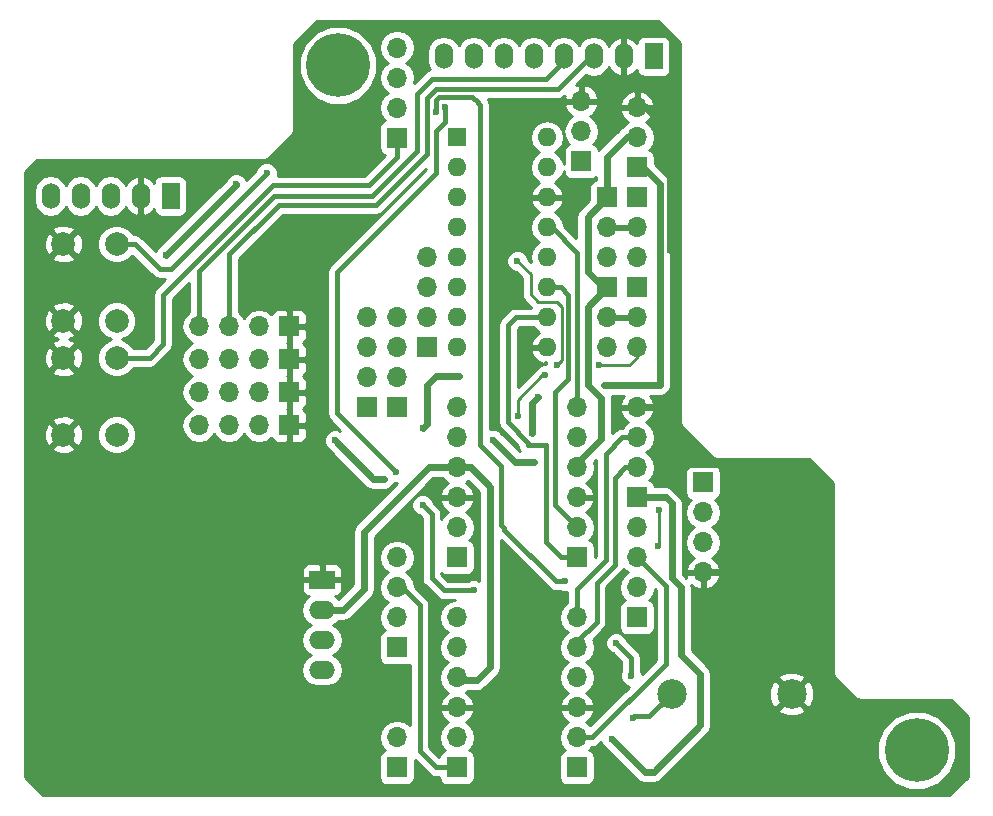
<source format=gbl>
G04 #@! TF.FileFunction,Copper,L2,Bot,Signal*
%FSLAX46Y46*%
G04 Gerber Fmt 4.6, Leading zero omitted, Abs format (unit mm)*
G04 Created by KiCad (PCBNEW 4.0.5) date 10/16/17 15:34:46*
%MOMM*%
%LPD*%
G01*
G04 APERTURE LIST*
%ADD10C,0.100000*%
%ADD11C,5.400000*%
%ADD12R,1.700000X1.700000*%
%ADD13O,1.700000X1.700000*%
%ADD14R,1.600000X1.600000*%
%ADD15O,1.600000X1.600000*%
%ADD16R,2.199640X1.524000*%
%ADD17O,2.199640X1.524000*%
%ADD18C,2.499360*%
%ADD19R,1.524000X2.199640*%
%ADD20O,1.524000X2.199640*%
%ADD21C,2.000000*%
%ADD22C,0.600000*%
%ADD23C,0.600000*%
%ADD24C,0.250000*%
%ADD25C,0.400000*%
%ADD26C,0.254000*%
G04 APERTURE END LIST*
D10*
D11*
X173540000Y-123000000D03*
D12*
X145135600Y-73152000D03*
D13*
X145135600Y-70612000D03*
X145135600Y-68072000D03*
D14*
X134620000Y-71120000D03*
D15*
X142240000Y-88900000D03*
X134620000Y-73660000D03*
X142240000Y-86360000D03*
X134620000Y-76200000D03*
X142240000Y-83820000D03*
X134620000Y-78740000D03*
X142240000Y-81280000D03*
X134620000Y-81280000D03*
X142240000Y-78740000D03*
X134620000Y-83820000D03*
X142240000Y-76200000D03*
X134620000Y-86360000D03*
X142240000Y-73660000D03*
X134620000Y-88900000D03*
X142240000Y-71120000D03*
D13*
X134620000Y-93980000D03*
X134620000Y-96520000D03*
X134620000Y-99060000D03*
X134620000Y-101600000D03*
X134620000Y-104140000D03*
D12*
X134620000Y-106680000D03*
X144780000Y-106680000D03*
D13*
X144780000Y-104140000D03*
X144780000Y-101600000D03*
X144780000Y-99060000D03*
X144780000Y-96520000D03*
X144780000Y-93980000D03*
X134620000Y-111760000D03*
X134620000Y-114300000D03*
X134620000Y-116840000D03*
X134620000Y-119380000D03*
X134620000Y-121920000D03*
D12*
X134620000Y-124460000D03*
X144780000Y-124460000D03*
D13*
X144780000Y-121920000D03*
X144780000Y-119380000D03*
X144780000Y-116840000D03*
X144780000Y-114300000D03*
X144780000Y-111760000D03*
D12*
X149860000Y-101600000D03*
D13*
X149860000Y-99060000D03*
X149860000Y-96520000D03*
X149860000Y-93980000D03*
D12*
X149860000Y-76200000D03*
D13*
X149860000Y-78740000D03*
X149860000Y-81280000D03*
D12*
X147320000Y-76200000D03*
D13*
X147320000Y-78740000D03*
X147320000Y-81280000D03*
D12*
X149860000Y-83820000D03*
D13*
X149860000Y-86360000D03*
X149860000Y-88900000D03*
D12*
X147320000Y-83820000D03*
D13*
X147320000Y-86360000D03*
X147320000Y-88900000D03*
D12*
X129540000Y-93980000D03*
D13*
X129540000Y-91440000D03*
X129540000Y-88900000D03*
X129540000Y-86360000D03*
D12*
X129540000Y-114300000D03*
D13*
X129540000Y-111760000D03*
X129540000Y-109220000D03*
X129540000Y-106680000D03*
D12*
X127000000Y-93980000D03*
D13*
X127000000Y-91440000D03*
X127000000Y-88900000D03*
X127000000Y-86360000D03*
D12*
X149860000Y-111760000D03*
D13*
X149860000Y-109220000D03*
X149860000Y-106680000D03*
X149860000Y-104140000D03*
D12*
X149860000Y-73660000D03*
D13*
X149860000Y-71120000D03*
X149860000Y-68580000D03*
D12*
X132080000Y-88900000D03*
D13*
X132080000Y-86360000D03*
X132080000Y-83820000D03*
X132080000Y-81280000D03*
D16*
X123190000Y-108585000D03*
D17*
X123190000Y-111125000D03*
X123190000Y-113665000D03*
X123190000Y-116205000D03*
D12*
X129540000Y-124460000D03*
D13*
X129540000Y-121920000D03*
D18*
X162941000Y-118237000D03*
X152781000Y-118237000D03*
D19*
X110363000Y-76073000D03*
D20*
X107823000Y-76073000D03*
X105283000Y-76073000D03*
X102743000Y-76073000D03*
X100203000Y-76073000D03*
D19*
X151257000Y-64262000D03*
D20*
X148717000Y-64262000D03*
X146177000Y-64262000D03*
X143637000Y-64262000D03*
X141097000Y-64262000D03*
X138557000Y-64262000D03*
X136017000Y-64262000D03*
X133477000Y-64262000D03*
D21*
X101291000Y-89789000D03*
X105791000Y-89789000D03*
X101291000Y-96289000D03*
X105791000Y-96289000D03*
X101291000Y-80137000D03*
X105791000Y-80137000D03*
X101291000Y-86637000D03*
X105791000Y-86637000D03*
D12*
X155448000Y-100330000D03*
D13*
X155448000Y-102870000D03*
X155448000Y-105410000D03*
X155448000Y-107950000D03*
D12*
X120396000Y-87122000D03*
D13*
X117856000Y-87122000D03*
X115316000Y-87122000D03*
X112776000Y-87122000D03*
D12*
X120396000Y-89916000D03*
D13*
X117856000Y-89916000D03*
X115316000Y-89916000D03*
X112776000Y-89916000D03*
D12*
X120396000Y-92710000D03*
D13*
X117856000Y-92710000D03*
X115316000Y-92710000D03*
X112776000Y-92710000D03*
D12*
X120396000Y-95504000D03*
D13*
X117856000Y-95504000D03*
X115316000Y-95504000D03*
X112776000Y-95504000D03*
D12*
X129540000Y-71125080D03*
D13*
X129540000Y-68585080D03*
X129540000Y-66045080D03*
X129540000Y-63505080D03*
D11*
X124540000Y-65000000D03*
D22*
X147828000Y-92075000D03*
X141478000Y-93091000D03*
X140970000Y-96139000D03*
X151765000Y-92075000D03*
X141152880Y-98602800D03*
X137632440Y-96702880D03*
X134762240Y-91328240D03*
X131749800Y-95707200D03*
X128397000Y-100015040D03*
X124282200Y-96774000D03*
X115925600Y-75102720D03*
X109956600Y-81092040D03*
X147701000Y-122047000D03*
X152665002Y-80645000D03*
X139730480Y-81584800D03*
X143052800Y-90357960D03*
X146639280Y-90388440D03*
X142082520Y-91257120D03*
X139811760Y-94716600D03*
X131699000Y-102235000D03*
X136017000Y-109474000D03*
X148082000Y-113919000D03*
X149352000Y-116713000D03*
X149479000Y-120269000D03*
X133604000Y-68580000D03*
X129413000Y-99441000D03*
X151749760Y-102656640D03*
X151627840Y-105704640D03*
X132842000Y-68961000D03*
X143764000Y-108712000D03*
X118491000Y-74168000D03*
D23*
X147066000Y-92075000D02*
X147828000Y-92075000D01*
X151765000Y-92075000D02*
X147066000Y-92075000D01*
X123190000Y-111125000D02*
X124968000Y-111125000D01*
X132207000Y-99060000D02*
X134620000Y-99060000D01*
X126746000Y-104521000D02*
X132207000Y-99060000D01*
X126746000Y-109347000D02*
X126746000Y-104521000D01*
X124968000Y-111125000D02*
X126746000Y-109347000D01*
X134620000Y-99060000D02*
X135763000Y-99060000D01*
X135763000Y-99060000D02*
X137414000Y-100711000D01*
X137414000Y-100711000D02*
X137414000Y-115951000D01*
X137414000Y-115951000D02*
X136271000Y-117094000D01*
X136271000Y-117094000D02*
X134874000Y-117094000D01*
X134874000Y-117094000D02*
X134620000Y-116840000D01*
X141478000Y-93091000D02*
X140970000Y-93599000D01*
X140970000Y-93599000D02*
X140970000Y-96139000D01*
X149860000Y-73660000D02*
X150368000Y-73660000D01*
X150368000Y-73660000D02*
X151765000Y-75057000D01*
X151765000Y-75057000D02*
X151765000Y-92075000D01*
X139532360Y-98602800D02*
X141152880Y-98602800D01*
X137632440Y-96702880D02*
X139532360Y-98602800D01*
X132857240Y-91328240D02*
X134762240Y-91328240D01*
X132095240Y-92090240D02*
X132857240Y-91328240D01*
X132095240Y-95361760D02*
X132095240Y-92090240D01*
X131749800Y-95707200D02*
X132095240Y-95361760D01*
X127523240Y-100015040D02*
X128397000Y-100015040D01*
X124282200Y-96774000D02*
X127523240Y-100015040D01*
X115925600Y-75123040D02*
X115925600Y-75102720D01*
X109956600Y-81092040D02*
X115925600Y-75123040D01*
X144780000Y-99060000D02*
X144780000Y-98679000D01*
X144780000Y-98679000D02*
X146812000Y-96647000D01*
X145669000Y-85471000D02*
X147320000Y-83820000D01*
X145669000Y-92075000D02*
X145669000Y-85471000D01*
X146812000Y-93218000D02*
X145669000Y-92075000D01*
X146812000Y-96647000D02*
X146812000Y-93218000D01*
X149860000Y-71120000D02*
X148971000Y-71120000D01*
X147320000Y-72771000D02*
X147320000Y-76200000D01*
X148971000Y-71120000D02*
X147320000Y-72771000D01*
X147320000Y-83820000D02*
X146977002Y-83820000D01*
X146977002Y-83820000D02*
X145669000Y-82511998D01*
X145669000Y-82511998D02*
X145669000Y-77851000D01*
X145669000Y-77851000D02*
X147320000Y-76200000D01*
X149860000Y-101600000D02*
X152273000Y-101600000D01*
X150495000Y-124841000D02*
X147701000Y-122047000D01*
X151257000Y-124841000D02*
X150495000Y-124841000D01*
X155194000Y-120904000D02*
X151257000Y-124841000D01*
X155194000Y-116586000D02*
X155194000Y-120904000D01*
X153543000Y-114935000D02*
X155194000Y-116586000D01*
X153543000Y-109220000D02*
X153543000Y-114935000D01*
X152781000Y-108458000D02*
X153543000Y-109220000D01*
X152781000Y-102108000D02*
X152781000Y-108458000D01*
X152273000Y-101600000D02*
X152781000Y-102108000D01*
X149860000Y-93980000D02*
X151765000Y-93980000D01*
X156845000Y-107950000D02*
X155448000Y-107950000D01*
X158432500Y-106362500D02*
X156845000Y-107950000D01*
X158432500Y-100076000D02*
X158432500Y-106362500D01*
X157099000Y-98742500D02*
X158432500Y-100076000D01*
X153225500Y-98742500D02*
X157099000Y-98742500D01*
X152844500Y-98361500D02*
X153225500Y-98742500D01*
X152844500Y-95059500D02*
X152844500Y-98361500D01*
X151765000Y-93980000D02*
X152844500Y-95059500D01*
X149860000Y-68580000D02*
X150622000Y-68580000D01*
X150622000Y-68580000D02*
X152665002Y-70623002D01*
X152665002Y-70623002D02*
X152665002Y-80645000D01*
D24*
X139730480Y-81584800D02*
X140848080Y-82702400D01*
X140848080Y-82702400D02*
X140848080Y-84383880D01*
X140848080Y-84383880D02*
X141513560Y-85049360D01*
X141513560Y-85049360D02*
X143045958Y-85049360D01*
X143045958Y-85049360D02*
X143474440Y-85477842D01*
X143474440Y-85477842D02*
X143474440Y-89936320D01*
X143474440Y-89936320D02*
X143052800Y-90357960D01*
X146639280Y-90388440D02*
X146654520Y-90403680D01*
X146654520Y-90403680D02*
X149214840Y-90403680D01*
X149214840Y-90403680D02*
X149860000Y-89758520D01*
X149860000Y-89758520D02*
X149860000Y-88900000D01*
X141853920Y-91257120D02*
X142082520Y-91257120D01*
X139766040Y-93345000D02*
X141853920Y-91257120D01*
X139766040Y-94670880D02*
X139766040Y-93345000D01*
X139811760Y-94716600D02*
X139766040Y-94670880D01*
D25*
X119126000Y-76073000D02*
X112776000Y-82423000D01*
X143637000Y-64262000D02*
X143637000Y-64643000D01*
X143637000Y-64643000D02*
X142113000Y-66167000D01*
X142113000Y-66167000D02*
X132461000Y-66167000D01*
X132461000Y-66167000D02*
X131191000Y-67437000D01*
X131191000Y-67437000D02*
X131191000Y-72263000D01*
X131191000Y-72263000D02*
X127381000Y-76073000D01*
X127381000Y-76073000D02*
X119126000Y-76073000D01*
X112776000Y-82423000D02*
X112776000Y-87122000D01*
X146177000Y-64262000D02*
X145923000Y-64262000D01*
X145923000Y-64262000D02*
X143129000Y-67056000D01*
X115316000Y-81026000D02*
X115316000Y-87122000D01*
X119507000Y-76835000D02*
X115316000Y-81026000D01*
X127762000Y-76835000D02*
X119507000Y-76835000D01*
X132080000Y-72517000D02*
X127762000Y-76835000D01*
X132080000Y-67818000D02*
X132080000Y-72517000D01*
X132842000Y-67056000D02*
X132080000Y-67818000D01*
X143129000Y-67056000D02*
X132842000Y-67056000D01*
X144780000Y-114300000D02*
X144780000Y-113792000D01*
X144780000Y-113792000D02*
X146431000Y-112141000D01*
X146431000Y-112141000D02*
X146431000Y-108839000D01*
X146431000Y-108839000D02*
X147955000Y-107315000D01*
X147955000Y-107315000D02*
X147955000Y-99949000D01*
X147955000Y-99949000D02*
X148844000Y-99060000D01*
X148844000Y-99060000D02*
X149860000Y-99060000D01*
X144780000Y-111760000D02*
X144780000Y-109347000D01*
X148590000Y-96520000D02*
X149860000Y-96520000D01*
X147193000Y-97917000D02*
X148590000Y-96520000D01*
X147193000Y-106934000D02*
X147193000Y-97917000D01*
X144780000Y-109347000D02*
X147193000Y-106934000D01*
X144780000Y-121920000D02*
X146050000Y-121920000D01*
X152273000Y-109093000D02*
X149860000Y-106680000D01*
X152273000Y-115697000D02*
X152273000Y-109093000D01*
X146050000Y-121920000D02*
X152273000Y-115697000D01*
X129540000Y-109220000D02*
X129921000Y-109220000D01*
X129921000Y-109220000D02*
X131445000Y-110744000D01*
X131445000Y-110744000D02*
X131445000Y-123063000D01*
X131445000Y-123063000D02*
X132842000Y-124460000D01*
X132842000Y-124460000D02*
X134620000Y-124460000D01*
X140649960Y-97155000D02*
X140649960Y-96951800D01*
X140589000Y-86360000D02*
X142240000Y-86360000D01*
X139593320Y-86360000D02*
X140589000Y-86360000D01*
X138928402Y-87024918D02*
X139593320Y-86360000D01*
X138928402Y-95230242D02*
X138928402Y-87024918D01*
X140649960Y-96951800D02*
X138928402Y-95230242D01*
X140589000Y-97155000D02*
X140649960Y-97155000D01*
X140649960Y-97155000D02*
X142113000Y-97155000D01*
X142113000Y-97155000D02*
X142113000Y-98044000D01*
X143383000Y-106680000D02*
X144780000Y-106680000D01*
X142113000Y-105410000D02*
X143383000Y-106680000D01*
X142113000Y-97155000D02*
X142113000Y-98044000D01*
X142113000Y-98044000D02*
X142113000Y-105410000D01*
X142240000Y-83820000D02*
X143383000Y-83820000D01*
X142875000Y-102235000D02*
X144780000Y-104140000D01*
X142875000Y-92710000D02*
X142875000Y-102235000D01*
X144018000Y-91567000D02*
X142875000Y-92710000D01*
X144018000Y-84455000D02*
X144018000Y-91567000D01*
X143383000Y-83820000D02*
X144018000Y-84455000D01*
X142240000Y-78740000D02*
X142621000Y-78740000D01*
X142621000Y-78740000D02*
X144780000Y-80899000D01*
X144780000Y-80899000D02*
X144780000Y-93980000D01*
X132842000Y-74168000D02*
X132842000Y-70612000D01*
X131699000Y-102235000D02*
X132461000Y-102997000D01*
X132461000Y-102997000D02*
X132461000Y-108458000D01*
X132461000Y-108458000D02*
X133477000Y-109474000D01*
X133477000Y-109474000D02*
X136017000Y-109474000D01*
X148082000Y-113919000D02*
X149352000Y-115189000D01*
X149352000Y-115189000D02*
X149352000Y-116713000D01*
X149479000Y-120269000D02*
X149606000Y-120142000D01*
X149606000Y-120142000D02*
X150876000Y-120142000D01*
X152781000Y-118237000D02*
X150876000Y-120142000D01*
X124460000Y-94488000D02*
X129413000Y-99441000D01*
X124460000Y-82550000D02*
X124460000Y-94488000D01*
X132842000Y-74168000D02*
X124460000Y-82550000D01*
X133604000Y-69850000D02*
X133604000Y-68580000D01*
X132842000Y-70612000D02*
X133604000Y-69850000D01*
D24*
X151749760Y-105582720D02*
X151749760Y-102656640D01*
X151627840Y-105704640D02*
X151749760Y-105582720D01*
D25*
X138328400Y-103898798D02*
X138328400Y-98907600D01*
X138607800Y-104178198D02*
X138328400Y-103898798D01*
X138607800Y-104317800D02*
X138607800Y-104178198D01*
X136372600Y-68188840D02*
X136372600Y-68153842D01*
X136550400Y-68366640D02*
X136372600Y-68188840D01*
X136550400Y-97129600D02*
X136550400Y-68366640D01*
X138328400Y-98907600D02*
X136550400Y-97129600D01*
X136372600Y-68153842D02*
X135874760Y-67656002D01*
X135874760Y-67656002D02*
X134712002Y-67656002D01*
X133130998Y-67656002D02*
X134712002Y-67656002D01*
X132842000Y-67945000D02*
X133130998Y-67656002D01*
X132842000Y-68961000D02*
X132842000Y-67945000D01*
X143002000Y-108712000D02*
X143764000Y-108712000D01*
X138557000Y-104267000D02*
X138607800Y-104317800D01*
X138607800Y-104317800D02*
X143002000Y-108712000D01*
X129540000Y-71120000D02*
X129540000Y-72771000D01*
X108585000Y-89789000D02*
X105791000Y-89789000D01*
X109728000Y-88646000D02*
X108585000Y-89789000D01*
X109728000Y-84455000D02*
X109728000Y-88646000D01*
X118999000Y-75184000D02*
X109728000Y-84455000D01*
X127127000Y-75184000D02*
X118999000Y-75184000D01*
X129540000Y-72771000D02*
X127127000Y-75184000D01*
X105791000Y-80137000D02*
X107315000Y-80137000D01*
X109453680Y-82275680D02*
X107315000Y-80137000D01*
X110383320Y-82275680D02*
X109453680Y-82275680D01*
X118491000Y-74168000D02*
X110383320Y-82275680D01*
D26*
G36*
X153531500Y-63159092D02*
X153531500Y-95186500D01*
X153585546Y-95458205D01*
X153739454Y-95688546D01*
X156152454Y-98101546D01*
X156382795Y-98255454D01*
X156654500Y-98309500D01*
X164424908Y-98309500D01*
X166485500Y-100370092D01*
X166485500Y-116459000D01*
X166539546Y-116730705D01*
X166693454Y-116961046D01*
X168280954Y-118548546D01*
X168511295Y-118702454D01*
X168783000Y-118756500D01*
X176426408Y-118756500D01*
X177852000Y-120182092D01*
X177852000Y-125245408D01*
X176299408Y-126798000D01*
X99608092Y-126798000D01*
X98055500Y-125245408D01*
X98055500Y-107696691D01*
X121455180Y-107696691D01*
X121455180Y-108299250D01*
X121613930Y-108458000D01*
X123063000Y-108458000D01*
X123063000Y-107346750D01*
X123317000Y-107346750D01*
X123317000Y-108458000D01*
X124766070Y-108458000D01*
X124924820Y-108299250D01*
X124924820Y-107696691D01*
X124828147Y-107463302D01*
X124649519Y-107284673D01*
X124416130Y-107188000D01*
X123475750Y-107188000D01*
X123317000Y-107346750D01*
X123063000Y-107346750D01*
X122904250Y-107188000D01*
X121963870Y-107188000D01*
X121730481Y-107284673D01*
X121551853Y-107463302D01*
X121455180Y-107696691D01*
X98055500Y-107696691D01*
X98055500Y-97441532D01*
X100318073Y-97441532D01*
X100416736Y-97708387D01*
X101026461Y-97934908D01*
X101676460Y-97910856D01*
X102165264Y-97708387D01*
X102263927Y-97441532D01*
X101291000Y-96468605D01*
X100318073Y-97441532D01*
X98055500Y-97441532D01*
X98055500Y-96024461D01*
X99645092Y-96024461D01*
X99669144Y-96674460D01*
X99871613Y-97163264D01*
X100138468Y-97261927D01*
X101111395Y-96289000D01*
X101470605Y-96289000D01*
X102443532Y-97261927D01*
X102710387Y-97163264D01*
X102914893Y-96612795D01*
X104155716Y-96612795D01*
X104404106Y-97213943D01*
X104863637Y-97674278D01*
X105464352Y-97923716D01*
X106114795Y-97924284D01*
X106715943Y-97675894D01*
X107176278Y-97216363D01*
X107425716Y-96615648D01*
X107426284Y-95965205D01*
X107177894Y-95364057D01*
X106718363Y-94903722D01*
X106117648Y-94654284D01*
X105467205Y-94653716D01*
X104866057Y-94902106D01*
X104405722Y-95361637D01*
X104156284Y-95962352D01*
X104155716Y-96612795D01*
X102914893Y-96612795D01*
X102936908Y-96553539D01*
X102912856Y-95903540D01*
X102710387Y-95414736D01*
X102443532Y-95316073D01*
X101470605Y-96289000D01*
X101111395Y-96289000D01*
X100138468Y-95316073D01*
X99871613Y-95414736D01*
X99645092Y-96024461D01*
X98055500Y-96024461D01*
X98055500Y-95136468D01*
X100318073Y-95136468D01*
X101291000Y-96109395D01*
X102263927Y-95136468D01*
X102165264Y-94869613D01*
X101555539Y-94643092D01*
X100905540Y-94667144D01*
X100416736Y-94869613D01*
X100318073Y-95136468D01*
X98055500Y-95136468D01*
X98055500Y-90941532D01*
X100318073Y-90941532D01*
X100416736Y-91208387D01*
X101026461Y-91434908D01*
X101676460Y-91410856D01*
X102165264Y-91208387D01*
X102263927Y-90941532D01*
X101291000Y-89968605D01*
X100318073Y-90941532D01*
X98055500Y-90941532D01*
X98055500Y-89524461D01*
X99645092Y-89524461D01*
X99669144Y-90174460D01*
X99871613Y-90663264D01*
X100138468Y-90761927D01*
X101111395Y-89789000D01*
X101470605Y-89789000D01*
X102443532Y-90761927D01*
X102710387Y-90663264D01*
X102936908Y-90053539D01*
X102912856Y-89403540D01*
X102710387Y-88914736D01*
X102443532Y-88816073D01*
X101470605Y-89789000D01*
X101111395Y-89789000D01*
X100138468Y-88816073D01*
X99871613Y-88914736D01*
X99645092Y-89524461D01*
X98055500Y-89524461D01*
X98055500Y-87789532D01*
X100318073Y-87789532D01*
X100416736Y-88056387D01*
X100815381Y-88204489D01*
X100416736Y-88369613D01*
X100318073Y-88636468D01*
X101291000Y-89609395D01*
X102263927Y-88636468D01*
X102165264Y-88369613D01*
X101766619Y-88221511D01*
X102165264Y-88056387D01*
X102263927Y-87789532D01*
X101291000Y-86816605D01*
X100318073Y-87789532D01*
X98055500Y-87789532D01*
X98055500Y-86372461D01*
X99645092Y-86372461D01*
X99669144Y-87022460D01*
X99871613Y-87511264D01*
X100138468Y-87609927D01*
X101111395Y-86637000D01*
X101470605Y-86637000D01*
X102443532Y-87609927D01*
X102710387Y-87511264D01*
X102936908Y-86901539D01*
X102912856Y-86251540D01*
X102710387Y-85762736D01*
X102443532Y-85664073D01*
X101470605Y-86637000D01*
X101111395Y-86637000D01*
X100138468Y-85664073D01*
X99871613Y-85762736D01*
X99645092Y-86372461D01*
X98055500Y-86372461D01*
X98055500Y-85484468D01*
X100318073Y-85484468D01*
X101291000Y-86457395D01*
X102263927Y-85484468D01*
X102165264Y-85217613D01*
X101555539Y-84991092D01*
X100905540Y-85015144D01*
X100416736Y-85217613D01*
X100318073Y-85484468D01*
X98055500Y-85484468D01*
X98055500Y-81289532D01*
X100318073Y-81289532D01*
X100416736Y-81556387D01*
X101026461Y-81782908D01*
X101676460Y-81758856D01*
X102165264Y-81556387D01*
X102263927Y-81289532D01*
X101291000Y-80316605D01*
X100318073Y-81289532D01*
X98055500Y-81289532D01*
X98055500Y-79872461D01*
X99645092Y-79872461D01*
X99669144Y-80522460D01*
X99871613Y-81011264D01*
X100138468Y-81109927D01*
X101111395Y-80137000D01*
X101470605Y-80137000D01*
X102443532Y-81109927D01*
X102710387Y-81011264D01*
X102914893Y-80460795D01*
X104155716Y-80460795D01*
X104404106Y-81061943D01*
X104863637Y-81522278D01*
X105464352Y-81771716D01*
X106114795Y-81772284D01*
X106715943Y-81523894D01*
X107118836Y-81121704D01*
X108863246Y-82866114D01*
X109134139Y-83047119D01*
X109453680Y-83110680D01*
X109891452Y-83110680D01*
X109137566Y-83864566D01*
X108956561Y-84135459D01*
X108893000Y-84455000D01*
X108893000Y-88300132D01*
X108239132Y-88954000D01*
X107215058Y-88954000D01*
X107177894Y-88864057D01*
X106718363Y-88403722D01*
X106258663Y-88212839D01*
X106715943Y-88023894D01*
X107176278Y-87564363D01*
X107425716Y-86963648D01*
X107426284Y-86313205D01*
X107177894Y-85712057D01*
X106718363Y-85251722D01*
X106117648Y-85002284D01*
X105467205Y-85001716D01*
X104866057Y-85250106D01*
X104405722Y-85709637D01*
X104156284Y-86310352D01*
X104155716Y-86960795D01*
X104404106Y-87561943D01*
X104863637Y-88022278D01*
X105323337Y-88213161D01*
X104866057Y-88402106D01*
X104405722Y-88861637D01*
X104156284Y-89462352D01*
X104155716Y-90112795D01*
X104404106Y-90713943D01*
X104863637Y-91174278D01*
X105464352Y-91423716D01*
X106114795Y-91424284D01*
X106715943Y-91175894D01*
X107176278Y-90716363D01*
X107214630Y-90624000D01*
X108585000Y-90624000D01*
X108904541Y-90560439D01*
X109175434Y-90379434D01*
X110318434Y-89236434D01*
X110358601Y-89176320D01*
X110499439Y-88965541D01*
X110563000Y-88646000D01*
X110563000Y-84800868D01*
X111941000Y-83422868D01*
X111941000Y-85899159D01*
X111725946Y-86042853D01*
X111404039Y-86524622D01*
X111291000Y-87092907D01*
X111291000Y-87151093D01*
X111404039Y-87719378D01*
X111725946Y-88201147D01*
X112201648Y-88519000D01*
X111725946Y-88836853D01*
X111404039Y-89318622D01*
X111291000Y-89886907D01*
X111291000Y-89945093D01*
X111404039Y-90513378D01*
X111725946Y-90995147D01*
X112201648Y-91313000D01*
X111725946Y-91630853D01*
X111404039Y-92112622D01*
X111291000Y-92680907D01*
X111291000Y-92739093D01*
X111404039Y-93307378D01*
X111725946Y-93789147D01*
X112201648Y-94107000D01*
X111725946Y-94424853D01*
X111404039Y-94906622D01*
X111291000Y-95474907D01*
X111291000Y-95533093D01*
X111404039Y-96101378D01*
X111725946Y-96583147D01*
X112207715Y-96905054D01*
X112776000Y-97018093D01*
X113344285Y-96905054D01*
X113826054Y-96583147D01*
X114046000Y-96253974D01*
X114265946Y-96583147D01*
X114747715Y-96905054D01*
X115316000Y-97018093D01*
X115884285Y-96905054D01*
X116366054Y-96583147D01*
X116586000Y-96253974D01*
X116805946Y-96583147D01*
X117287715Y-96905054D01*
X117856000Y-97018093D01*
X118424285Y-96905054D01*
X118906054Y-96583147D01*
X118935403Y-96539223D01*
X119007673Y-96713698D01*
X119186301Y-96892327D01*
X119419690Y-96989000D01*
X120110250Y-96989000D01*
X120269000Y-96830250D01*
X120269000Y-95631000D01*
X120523000Y-95631000D01*
X120523000Y-96830250D01*
X120681750Y-96989000D01*
X121372310Y-96989000D01*
X121605699Y-96892327D01*
X121784327Y-96713698D01*
X121881000Y-96480309D01*
X121881000Y-95789750D01*
X121722250Y-95631000D01*
X120523000Y-95631000D01*
X120269000Y-95631000D01*
X120249000Y-95631000D01*
X120249000Y-95377000D01*
X120269000Y-95377000D01*
X120269000Y-94177750D01*
X120198250Y-94107000D01*
X120269000Y-94036250D01*
X120269000Y-92837000D01*
X120523000Y-92837000D01*
X120523000Y-94036250D01*
X120593750Y-94107000D01*
X120523000Y-94177750D01*
X120523000Y-95377000D01*
X121722250Y-95377000D01*
X121881000Y-95218250D01*
X121881000Y-94527691D01*
X121784327Y-94294302D01*
X121605699Y-94115673D01*
X121584761Y-94107000D01*
X121605699Y-94098327D01*
X121784327Y-93919698D01*
X121881000Y-93686309D01*
X121881000Y-92995750D01*
X121722250Y-92837000D01*
X120523000Y-92837000D01*
X120269000Y-92837000D01*
X120249000Y-92837000D01*
X120249000Y-92583000D01*
X120269000Y-92583000D01*
X120269000Y-91383750D01*
X120198250Y-91313000D01*
X120269000Y-91242250D01*
X120269000Y-90043000D01*
X120523000Y-90043000D01*
X120523000Y-91242250D01*
X120593750Y-91313000D01*
X120523000Y-91383750D01*
X120523000Y-92583000D01*
X121722250Y-92583000D01*
X121881000Y-92424250D01*
X121881000Y-91733691D01*
X121784327Y-91500302D01*
X121605699Y-91321673D01*
X121584761Y-91313000D01*
X121605699Y-91304327D01*
X121784327Y-91125698D01*
X121881000Y-90892309D01*
X121881000Y-90201750D01*
X121722250Y-90043000D01*
X120523000Y-90043000D01*
X120269000Y-90043000D01*
X120249000Y-90043000D01*
X120249000Y-89789000D01*
X120269000Y-89789000D01*
X120269000Y-88589750D01*
X120198250Y-88519000D01*
X120269000Y-88448250D01*
X120269000Y-87249000D01*
X120523000Y-87249000D01*
X120523000Y-88448250D01*
X120593750Y-88519000D01*
X120523000Y-88589750D01*
X120523000Y-89789000D01*
X121722250Y-89789000D01*
X121881000Y-89630250D01*
X121881000Y-88939691D01*
X121784327Y-88706302D01*
X121605699Y-88527673D01*
X121584761Y-88519000D01*
X121605699Y-88510327D01*
X121784327Y-88331698D01*
X121881000Y-88098309D01*
X121881000Y-87407750D01*
X121722250Y-87249000D01*
X120523000Y-87249000D01*
X120269000Y-87249000D01*
X120249000Y-87249000D01*
X120249000Y-86995000D01*
X120269000Y-86995000D01*
X120269000Y-85795750D01*
X120523000Y-85795750D01*
X120523000Y-86995000D01*
X121722250Y-86995000D01*
X121881000Y-86836250D01*
X121881000Y-86145691D01*
X121784327Y-85912302D01*
X121605699Y-85733673D01*
X121372310Y-85637000D01*
X120681750Y-85637000D01*
X120523000Y-85795750D01*
X120269000Y-85795750D01*
X120110250Y-85637000D01*
X119419690Y-85637000D01*
X119186301Y-85733673D01*
X119007673Y-85912302D01*
X118935403Y-86086777D01*
X118906054Y-86042853D01*
X118424285Y-85720946D01*
X117856000Y-85607907D01*
X117287715Y-85720946D01*
X116805946Y-86042853D01*
X116586000Y-86372026D01*
X116366054Y-86042853D01*
X116151000Y-85899159D01*
X116151000Y-81371868D01*
X119852868Y-77670000D01*
X127762000Y-77670000D01*
X128081541Y-77606439D01*
X128352434Y-77425434D01*
X132007000Y-73770868D01*
X132007000Y-73822132D01*
X123869566Y-81959566D01*
X123688561Y-82230459D01*
X123625000Y-82550000D01*
X123625000Y-94488000D01*
X123688561Y-94807541D01*
X123869566Y-95078434D01*
X124744829Y-95953697D01*
X124468999Y-95839162D01*
X124097033Y-95838838D01*
X123753257Y-95980883D01*
X123490008Y-96243673D01*
X123347362Y-96587201D01*
X123347038Y-96959167D01*
X123489083Y-97302943D01*
X123751873Y-97566192D01*
X123752265Y-97566355D01*
X126862095Y-100676185D01*
X127165431Y-100878867D01*
X127523240Y-100950040D01*
X128396184Y-100950040D01*
X128582167Y-100950202D01*
X128925943Y-100808157D01*
X129189192Y-100545367D01*
X129259575Y-100375867D01*
X129568574Y-100376136D01*
X126084855Y-103859855D01*
X125882173Y-104163191D01*
X125811000Y-104521000D01*
X125811000Y-108959710D01*
X124583242Y-110187468D01*
X124549635Y-110137172D01*
X124317404Y-109982000D01*
X124416130Y-109982000D01*
X124649519Y-109885327D01*
X124828147Y-109706698D01*
X124924820Y-109473309D01*
X124924820Y-108870750D01*
X124766070Y-108712000D01*
X123317000Y-108712000D01*
X123317000Y-108732000D01*
X123063000Y-108732000D01*
X123063000Y-108712000D01*
X121613930Y-108712000D01*
X121455180Y-108870750D01*
X121455180Y-109473309D01*
X121551853Y-109706698D01*
X121730481Y-109885327D01*
X121963870Y-109982000D01*
X122062596Y-109982000D01*
X121830365Y-110137172D01*
X121527533Y-110590391D01*
X121421193Y-111125000D01*
X121527533Y-111659609D01*
X121830365Y-112112828D01*
X122252664Y-112395000D01*
X121830365Y-112677172D01*
X121527533Y-113130391D01*
X121421193Y-113665000D01*
X121527533Y-114199609D01*
X121830365Y-114652828D01*
X122252664Y-114935000D01*
X121830365Y-115217172D01*
X121527533Y-115670391D01*
X121421193Y-116205000D01*
X121527533Y-116739609D01*
X121830365Y-117192828D01*
X122283584Y-117495660D01*
X122818193Y-117602000D01*
X123561807Y-117602000D01*
X124096416Y-117495660D01*
X124549635Y-117192828D01*
X124852467Y-116739609D01*
X124958807Y-116205000D01*
X124852467Y-115670391D01*
X124549635Y-115217172D01*
X124127336Y-114935000D01*
X124549635Y-114652828D01*
X124852467Y-114199609D01*
X124958807Y-113665000D01*
X124852467Y-113130391D01*
X124549635Y-112677172D01*
X124127336Y-112395000D01*
X124549635Y-112112828D01*
X124584934Y-112060000D01*
X124968000Y-112060000D01*
X125325809Y-111988827D01*
X125629145Y-111786145D01*
X127407145Y-110008145D01*
X127609827Y-109704809D01*
X127681000Y-109347000D01*
X127681000Y-106680000D01*
X128025907Y-106680000D01*
X128138946Y-107248285D01*
X128460853Y-107730054D01*
X128790026Y-107950000D01*
X128460853Y-108169946D01*
X128138946Y-108651715D01*
X128025907Y-109220000D01*
X128138946Y-109788285D01*
X128460853Y-110270054D01*
X128790026Y-110490000D01*
X128460853Y-110709946D01*
X128138946Y-111191715D01*
X128025907Y-111760000D01*
X128138946Y-112328285D01*
X128460853Y-112810054D01*
X128502452Y-112837850D01*
X128454683Y-112846838D01*
X128238559Y-112985910D01*
X128093569Y-113198110D01*
X128042560Y-113450000D01*
X128042560Y-115150000D01*
X128086838Y-115385317D01*
X128225910Y-115601441D01*
X128438110Y-115746431D01*
X128690000Y-115797440D01*
X130390000Y-115797440D01*
X130610000Y-115756044D01*
X130610000Y-120863834D01*
X130137378Y-120548039D01*
X129569093Y-120435000D01*
X129510907Y-120435000D01*
X128942622Y-120548039D01*
X128460853Y-120869946D01*
X128138946Y-121351715D01*
X128025907Y-121920000D01*
X128138946Y-122488285D01*
X128460853Y-122970054D01*
X128502452Y-122997850D01*
X128454683Y-123006838D01*
X128238559Y-123145910D01*
X128093569Y-123358110D01*
X128042560Y-123610000D01*
X128042560Y-125310000D01*
X128086838Y-125545317D01*
X128225910Y-125761441D01*
X128438110Y-125906431D01*
X128690000Y-125957440D01*
X130390000Y-125957440D01*
X130625317Y-125913162D01*
X130841441Y-125774090D01*
X130986431Y-125561890D01*
X131037440Y-125310000D01*
X131037440Y-123836308D01*
X132251566Y-125050434D01*
X132522459Y-125231439D01*
X132842000Y-125295000D01*
X133122560Y-125295000D01*
X133122560Y-125310000D01*
X133166838Y-125545317D01*
X133305910Y-125761441D01*
X133518110Y-125906431D01*
X133770000Y-125957440D01*
X135470000Y-125957440D01*
X135705317Y-125913162D01*
X135921441Y-125774090D01*
X136066431Y-125561890D01*
X136117440Y-125310000D01*
X136117440Y-123610000D01*
X136073162Y-123374683D01*
X135934090Y-123158559D01*
X135721890Y-123013569D01*
X135654459Y-122999914D01*
X135699147Y-122970054D01*
X136021054Y-122488285D01*
X136134093Y-121920000D01*
X136021054Y-121351715D01*
X135699147Y-120869946D01*
X135358447Y-120642298D01*
X135501358Y-120575183D01*
X135891645Y-120146924D01*
X136061476Y-119736890D01*
X135940155Y-119507000D01*
X134747000Y-119507000D01*
X134747000Y-119527000D01*
X134493000Y-119527000D01*
X134493000Y-119507000D01*
X133299845Y-119507000D01*
X133178524Y-119736890D01*
X133348355Y-120146924D01*
X133738642Y-120575183D01*
X133881553Y-120642298D01*
X133540853Y-120869946D01*
X133218946Y-121351715D01*
X133105907Y-121920000D01*
X133218946Y-122488285D01*
X133540853Y-122970054D01*
X133582452Y-122997850D01*
X133534683Y-123006838D01*
X133318559Y-123145910D01*
X133173569Y-123358110D01*
X133131032Y-123568164D01*
X132280000Y-122717132D01*
X132280000Y-110744000D01*
X132216439Y-110424459D01*
X132035434Y-110153566D01*
X131042230Y-109160362D01*
X130941054Y-108651715D01*
X130619147Y-108169946D01*
X130289974Y-107950000D01*
X130619147Y-107730054D01*
X130941054Y-107248285D01*
X131054093Y-106680000D01*
X130941054Y-106111715D01*
X130619147Y-105629946D01*
X130137378Y-105308039D01*
X129569093Y-105195000D01*
X129510907Y-105195000D01*
X128942622Y-105308039D01*
X128460853Y-105629946D01*
X128138946Y-106111715D01*
X128025907Y-106680000D01*
X127681000Y-106680000D01*
X127681000Y-104908290D01*
X132594290Y-99995000D01*
X133463977Y-99995000D01*
X133540853Y-100110054D01*
X133881553Y-100337702D01*
X133738642Y-100404817D01*
X133348355Y-100833076D01*
X133178524Y-101243110D01*
X133299845Y-101473000D01*
X134493000Y-101473000D01*
X134493000Y-101453000D01*
X134747000Y-101453000D01*
X134747000Y-101473000D01*
X135940155Y-101473000D01*
X136061476Y-101243110D01*
X135891645Y-100833076D01*
X135501358Y-100404817D01*
X135358447Y-100337702D01*
X135574230Y-100193520D01*
X136479000Y-101098290D01*
X136479000Y-108653436D01*
X136203799Y-108539162D01*
X135831833Y-108538838D01*
X135589422Y-108639000D01*
X133822868Y-108639000D01*
X133296000Y-108112132D01*
X133296000Y-107966040D01*
X133305910Y-107981441D01*
X133518110Y-108126431D01*
X133770000Y-108177440D01*
X135470000Y-108177440D01*
X135705317Y-108133162D01*
X135921441Y-107994090D01*
X136066431Y-107781890D01*
X136117440Y-107530000D01*
X136117440Y-105830000D01*
X136073162Y-105594683D01*
X135934090Y-105378559D01*
X135721890Y-105233569D01*
X135654459Y-105219914D01*
X135699147Y-105190054D01*
X136021054Y-104708285D01*
X136134093Y-104140000D01*
X136021054Y-103571715D01*
X135699147Y-103089946D01*
X135358447Y-102862298D01*
X135501358Y-102795183D01*
X135891645Y-102366924D01*
X136061476Y-101956890D01*
X135940155Y-101727000D01*
X134747000Y-101727000D01*
X134747000Y-101747000D01*
X134493000Y-101747000D01*
X134493000Y-101727000D01*
X133299845Y-101727000D01*
X133178524Y-101956890D01*
X133348355Y-102366924D01*
X133738642Y-102795183D01*
X133881553Y-102862298D01*
X133540853Y-103089946D01*
X133296000Y-103456395D01*
X133296000Y-102997000D01*
X133265130Y-102841807D01*
X133232440Y-102677460D01*
X133051434Y-102406566D01*
X132591535Y-101946667D01*
X132492117Y-101706057D01*
X132229327Y-101442808D01*
X131885799Y-101300162D01*
X131513833Y-101299838D01*
X131170057Y-101441883D01*
X130906808Y-101704673D01*
X130764162Y-102048201D01*
X130763838Y-102420167D01*
X130905883Y-102763943D01*
X131168673Y-103027192D01*
X131410910Y-103127778D01*
X131626000Y-103342868D01*
X131626000Y-108458000D01*
X131689561Y-108777541D01*
X131771693Y-108900460D01*
X131870566Y-109048434D01*
X132886566Y-110064434D01*
X133157459Y-110245439D01*
X133477000Y-110309000D01*
X134419978Y-110309000D01*
X134022622Y-110388039D01*
X133540853Y-110709946D01*
X133218946Y-111191715D01*
X133105907Y-111760000D01*
X133218946Y-112328285D01*
X133540853Y-112810054D01*
X133870026Y-113030000D01*
X133540853Y-113249946D01*
X133218946Y-113731715D01*
X133105907Y-114300000D01*
X133218946Y-114868285D01*
X133540853Y-115350054D01*
X133870026Y-115570000D01*
X133540853Y-115789946D01*
X133218946Y-116271715D01*
X133105907Y-116840000D01*
X133218946Y-117408285D01*
X133540853Y-117890054D01*
X133881553Y-118117702D01*
X133738642Y-118184817D01*
X133348355Y-118613076D01*
X133178524Y-119023110D01*
X133299845Y-119253000D01*
X134493000Y-119253000D01*
X134493000Y-119233000D01*
X134747000Y-119233000D01*
X134747000Y-119253000D01*
X135940155Y-119253000D01*
X136061476Y-119023110D01*
X135891645Y-118613076D01*
X135501358Y-118184817D01*
X135358447Y-118117702D01*
X135491199Y-118029000D01*
X136271000Y-118029000D01*
X136628809Y-117957827D01*
X136932145Y-117755145D01*
X138075145Y-116612145D01*
X138277827Y-116308809D01*
X138349000Y-115951000D01*
X138349000Y-105239868D01*
X142411566Y-109302434D01*
X142682459Y-109483439D01*
X143002000Y-109547000D01*
X143336766Y-109547000D01*
X143577201Y-109646838D01*
X143945000Y-109647158D01*
X143945000Y-110546813D01*
X143700853Y-110709946D01*
X143378946Y-111191715D01*
X143265907Y-111760000D01*
X143378946Y-112328285D01*
X143700853Y-112810054D01*
X144030026Y-113030000D01*
X143700853Y-113249946D01*
X143378946Y-113731715D01*
X143265907Y-114300000D01*
X143378946Y-114868285D01*
X143700853Y-115350054D01*
X144030026Y-115570000D01*
X143700853Y-115789946D01*
X143378946Y-116271715D01*
X143265907Y-116840000D01*
X143378946Y-117408285D01*
X143700853Y-117890054D01*
X144041553Y-118117702D01*
X143898642Y-118184817D01*
X143508355Y-118613076D01*
X143338524Y-119023110D01*
X143459845Y-119253000D01*
X144653000Y-119253000D01*
X144653000Y-119233000D01*
X144907000Y-119233000D01*
X144907000Y-119253000D01*
X146100155Y-119253000D01*
X146221476Y-119023110D01*
X146051645Y-118613076D01*
X145661358Y-118184817D01*
X145518447Y-118117702D01*
X145859147Y-117890054D01*
X146181054Y-117408285D01*
X146294093Y-116840000D01*
X146181054Y-116271715D01*
X145859147Y-115789946D01*
X145529974Y-115570000D01*
X145859147Y-115350054D01*
X146181054Y-114868285D01*
X146294093Y-114300000D01*
X146181054Y-113731715D01*
X146117007Y-113635861D01*
X147021434Y-112731434D01*
X147202440Y-112460540D01*
X147266000Y-112141000D01*
X147266000Y-109184868D01*
X148545434Y-107905434D01*
X148583784Y-107848039D01*
X148721736Y-107641579D01*
X148780853Y-107730054D01*
X149110026Y-107950000D01*
X148780853Y-108169946D01*
X148458946Y-108651715D01*
X148345907Y-109220000D01*
X148458946Y-109788285D01*
X148780853Y-110270054D01*
X148822452Y-110297850D01*
X148774683Y-110306838D01*
X148558559Y-110445910D01*
X148413569Y-110658110D01*
X148362560Y-110910000D01*
X148362560Y-112610000D01*
X148406838Y-112845317D01*
X148545910Y-113061441D01*
X148758110Y-113206431D01*
X149010000Y-113257440D01*
X150710000Y-113257440D01*
X150945317Y-113213162D01*
X151161441Y-113074090D01*
X151306431Y-112861890D01*
X151357440Y-112610000D01*
X151357440Y-110910000D01*
X151313162Y-110674683D01*
X151174090Y-110458559D01*
X150961890Y-110313569D01*
X150894459Y-110299914D01*
X150939147Y-110270054D01*
X151261054Y-109788285D01*
X151348383Y-109349251D01*
X151438000Y-109438868D01*
X151438000Y-115351132D01*
X150279600Y-116509532D01*
X150187000Y-116285422D01*
X150187000Y-115189000D01*
X150123439Y-114869459D01*
X149942434Y-114598566D01*
X148974535Y-113630667D01*
X148875117Y-113390057D01*
X148612327Y-113126808D01*
X148268799Y-112984162D01*
X147896833Y-112983838D01*
X147553057Y-113125883D01*
X147289808Y-113388673D01*
X147147162Y-113732201D01*
X147146838Y-114104167D01*
X147288883Y-114447943D01*
X147551673Y-114711192D01*
X147793910Y-114811778D01*
X148517000Y-115534868D01*
X148517000Y-116285766D01*
X148417162Y-116526201D01*
X148416838Y-116898167D01*
X148558883Y-117241943D01*
X148821673Y-117505192D01*
X149148308Y-117640824D01*
X145883195Y-120905937D01*
X145859147Y-120869946D01*
X145518447Y-120642298D01*
X145661358Y-120575183D01*
X146051645Y-120146924D01*
X146221476Y-119736890D01*
X146100155Y-119507000D01*
X144907000Y-119507000D01*
X144907000Y-119527000D01*
X144653000Y-119527000D01*
X144653000Y-119507000D01*
X143459845Y-119507000D01*
X143338524Y-119736890D01*
X143508355Y-120146924D01*
X143898642Y-120575183D01*
X144041553Y-120642298D01*
X143700853Y-120869946D01*
X143378946Y-121351715D01*
X143265907Y-121920000D01*
X143378946Y-122488285D01*
X143700853Y-122970054D01*
X143742452Y-122997850D01*
X143694683Y-123006838D01*
X143478559Y-123145910D01*
X143333569Y-123358110D01*
X143282560Y-123610000D01*
X143282560Y-125310000D01*
X143326838Y-125545317D01*
X143465910Y-125761441D01*
X143678110Y-125906431D01*
X143930000Y-125957440D01*
X145630000Y-125957440D01*
X145865317Y-125913162D01*
X146081441Y-125774090D01*
X146226431Y-125561890D01*
X146277440Y-125310000D01*
X146277440Y-123610000D01*
X146233162Y-123374683D01*
X146094090Y-123158559D01*
X145881890Y-123013569D01*
X145814459Y-122999914D01*
X145859147Y-122970054D01*
X146002841Y-122755000D01*
X146050000Y-122755000D01*
X146369541Y-122691439D01*
X146640434Y-122510434D01*
X146810532Y-122340336D01*
X146907883Y-122575943D01*
X147170673Y-122839192D01*
X147171065Y-122839355D01*
X149833855Y-125502145D01*
X150137191Y-125704827D01*
X150495000Y-125776000D01*
X151257000Y-125776000D01*
X151614809Y-125704827D01*
X151918145Y-125502145D01*
X153759828Y-123660462D01*
X170204422Y-123660462D01*
X170711076Y-124886658D01*
X171648407Y-125825627D01*
X172873717Y-126334420D01*
X174200462Y-126335578D01*
X175426658Y-125828924D01*
X176365627Y-124891593D01*
X176874420Y-123666283D01*
X176875578Y-122339538D01*
X176368924Y-121113342D01*
X175431593Y-120174373D01*
X174206283Y-119665580D01*
X172879538Y-119664422D01*
X171653342Y-120171076D01*
X170714373Y-121108407D01*
X170205580Y-122333717D01*
X170204422Y-123660462D01*
X153759828Y-123660462D01*
X155855145Y-121565145D01*
X156057827Y-121261809D01*
X156129000Y-120904000D01*
X156129000Y-119570089D01*
X161787517Y-119570089D01*
X161916725Y-119862859D01*
X162616883Y-120131071D01*
X163366384Y-120110928D01*
X163965275Y-119862859D01*
X164094483Y-119570089D01*
X162941000Y-118416605D01*
X161787517Y-119570089D01*
X156129000Y-119570089D01*
X156129000Y-117912883D01*
X161046929Y-117912883D01*
X161067072Y-118662384D01*
X161315141Y-119261275D01*
X161607911Y-119390483D01*
X162761395Y-118237000D01*
X163120605Y-118237000D01*
X164274089Y-119390483D01*
X164566859Y-119261275D01*
X164835071Y-118561117D01*
X164814928Y-117811616D01*
X164566859Y-117212725D01*
X164274089Y-117083517D01*
X163120605Y-118237000D01*
X162761395Y-118237000D01*
X161607911Y-117083517D01*
X161315141Y-117212725D01*
X161046929Y-117912883D01*
X156129000Y-117912883D01*
X156129000Y-116903911D01*
X161787517Y-116903911D01*
X162941000Y-118057395D01*
X164094483Y-116903911D01*
X163965275Y-116611141D01*
X163265117Y-116342929D01*
X162515616Y-116363072D01*
X161916725Y-116611141D01*
X161787517Y-116903911D01*
X156129000Y-116903911D01*
X156129000Y-116586005D01*
X156129001Y-116586000D01*
X156069611Y-116287434D01*
X156057827Y-116228191D01*
X155855145Y-115924855D01*
X154478000Y-114547710D01*
X154478000Y-109220000D01*
X154434213Y-108999870D01*
X154566642Y-109145183D01*
X155091108Y-109391486D01*
X155321000Y-109270819D01*
X155321000Y-108077000D01*
X155575000Y-108077000D01*
X155575000Y-109270819D01*
X155804892Y-109391486D01*
X156329358Y-109145183D01*
X156719645Y-108716924D01*
X156889476Y-108306890D01*
X156768155Y-108077000D01*
X155575000Y-108077000D01*
X155321000Y-108077000D01*
X154127845Y-108077000D01*
X154006524Y-108306890D01*
X154044947Y-108399657D01*
X153716000Y-108070710D01*
X153716000Y-102870000D01*
X153933907Y-102870000D01*
X154046946Y-103438285D01*
X154368853Y-103920054D01*
X154698026Y-104140000D01*
X154368853Y-104359946D01*
X154046946Y-104841715D01*
X153933907Y-105410000D01*
X154046946Y-105978285D01*
X154368853Y-106460054D01*
X154709553Y-106687702D01*
X154566642Y-106754817D01*
X154176355Y-107183076D01*
X154006524Y-107593110D01*
X154127845Y-107823000D01*
X155321000Y-107823000D01*
X155321000Y-107803000D01*
X155575000Y-107803000D01*
X155575000Y-107823000D01*
X156768155Y-107823000D01*
X156889476Y-107593110D01*
X156719645Y-107183076D01*
X156329358Y-106754817D01*
X156186447Y-106687702D01*
X156527147Y-106460054D01*
X156849054Y-105978285D01*
X156962093Y-105410000D01*
X156849054Y-104841715D01*
X156527147Y-104359946D01*
X156197974Y-104140000D01*
X156527147Y-103920054D01*
X156849054Y-103438285D01*
X156962093Y-102870000D01*
X156849054Y-102301715D01*
X156527147Y-101819946D01*
X156485548Y-101792150D01*
X156533317Y-101783162D01*
X156749441Y-101644090D01*
X156894431Y-101431890D01*
X156945440Y-101180000D01*
X156945440Y-99480000D01*
X156901162Y-99244683D01*
X156762090Y-99028559D01*
X156549890Y-98883569D01*
X156298000Y-98832560D01*
X154598000Y-98832560D01*
X154362683Y-98876838D01*
X154146559Y-99015910D01*
X154001569Y-99228110D01*
X153950560Y-99480000D01*
X153950560Y-101180000D01*
X153994838Y-101415317D01*
X154133910Y-101631441D01*
X154346110Y-101776431D01*
X154413541Y-101790086D01*
X154368853Y-101819946D01*
X154046946Y-102301715D01*
X153933907Y-102870000D01*
X153716000Y-102870000D01*
X153716000Y-102108000D01*
X153644827Y-101750191D01*
X153442145Y-101446855D01*
X153442142Y-101446853D01*
X152934145Y-100938855D01*
X152630809Y-100736173D01*
X152273000Y-100665000D01*
X151341446Y-100665000D01*
X151313162Y-100514683D01*
X151174090Y-100298559D01*
X150961890Y-100153569D01*
X150894459Y-100139914D01*
X150939147Y-100110054D01*
X151261054Y-99628285D01*
X151374093Y-99060000D01*
X151261054Y-98491715D01*
X150939147Y-98009946D01*
X150609974Y-97790000D01*
X150939147Y-97570054D01*
X151261054Y-97088285D01*
X151374093Y-96520000D01*
X151261054Y-95951715D01*
X150939147Y-95469946D01*
X150598447Y-95242298D01*
X150741358Y-95175183D01*
X151131645Y-94746924D01*
X151301476Y-94336890D01*
X151180155Y-94107000D01*
X149987000Y-94107000D01*
X149987000Y-94127000D01*
X149733000Y-94127000D01*
X149733000Y-94107000D01*
X148539845Y-94107000D01*
X148418524Y-94336890D01*
X148588355Y-94746924D01*
X148978642Y-95175183D01*
X149121553Y-95242298D01*
X148780853Y-95469946D01*
X148637159Y-95685000D01*
X148590000Y-95685000D01*
X148270459Y-95748561D01*
X148055238Y-95892367D01*
X147999566Y-95929566D01*
X147747000Y-96182132D01*
X147747000Y-93218000D01*
X147705626Y-93010000D01*
X147827184Y-93010000D01*
X148013167Y-93010162D01*
X148013559Y-93010000D01*
X148773425Y-93010000D01*
X148588355Y-93213076D01*
X148418524Y-93623110D01*
X148539845Y-93853000D01*
X149733000Y-93853000D01*
X149733000Y-93833000D01*
X149987000Y-93833000D01*
X149987000Y-93853000D01*
X151180155Y-93853000D01*
X151301476Y-93623110D01*
X151131645Y-93213076D01*
X150946575Y-93010000D01*
X151764184Y-93010000D01*
X151950167Y-93010162D01*
X152293943Y-92868117D01*
X152557192Y-92605327D01*
X152699838Y-92261799D01*
X152700162Y-91889833D01*
X152700000Y-91889441D01*
X152700000Y-75057000D01*
X152628827Y-74699191D01*
X152426145Y-74395855D01*
X151357440Y-73327150D01*
X151357440Y-72810000D01*
X151313162Y-72574683D01*
X151174090Y-72358559D01*
X150961890Y-72213569D01*
X150894459Y-72199914D01*
X150939147Y-72170054D01*
X151261054Y-71688285D01*
X151374093Y-71120000D01*
X151261054Y-70551715D01*
X150939147Y-70069946D01*
X150598447Y-69842298D01*
X150741358Y-69775183D01*
X151131645Y-69346924D01*
X151301476Y-68936890D01*
X151180155Y-68707000D01*
X149987000Y-68707000D01*
X149987000Y-68727000D01*
X149733000Y-68727000D01*
X149733000Y-68707000D01*
X148539845Y-68707000D01*
X148418524Y-68936890D01*
X148588355Y-69346924D01*
X148978642Y-69775183D01*
X149121553Y-69842298D01*
X148780853Y-70069946D01*
X148663047Y-70246256D01*
X148613191Y-70256173D01*
X148337424Y-70440434D01*
X148309855Y-70458855D01*
X146658855Y-72109855D01*
X146610502Y-72182221D01*
X146588762Y-72066683D01*
X146449690Y-71850559D01*
X146237490Y-71705569D01*
X146170059Y-71691914D01*
X146214747Y-71662054D01*
X146536654Y-71180285D01*
X146649693Y-70612000D01*
X146536654Y-70043715D01*
X146214747Y-69561946D01*
X145874047Y-69334298D01*
X146016958Y-69267183D01*
X146407245Y-68838924D01*
X146577076Y-68428890D01*
X146468479Y-68223110D01*
X148418524Y-68223110D01*
X148539845Y-68453000D01*
X149733000Y-68453000D01*
X149733000Y-67259181D01*
X149987000Y-67259181D01*
X149987000Y-68453000D01*
X151180155Y-68453000D01*
X151301476Y-68223110D01*
X151131645Y-67813076D01*
X150741358Y-67384817D01*
X150216892Y-67138514D01*
X149987000Y-67259181D01*
X149733000Y-67259181D01*
X149503108Y-67138514D01*
X148978642Y-67384817D01*
X148588355Y-67813076D01*
X148418524Y-68223110D01*
X146468479Y-68223110D01*
X146455755Y-68199000D01*
X145262600Y-68199000D01*
X145262600Y-68219000D01*
X145008600Y-68219000D01*
X145008600Y-68199000D01*
X143815445Y-68199000D01*
X143694124Y-68428890D01*
X143863955Y-68838924D01*
X144254242Y-69267183D01*
X144397153Y-69334298D01*
X144056453Y-69561946D01*
X143734546Y-70043715D01*
X143621507Y-70612000D01*
X143734546Y-71180285D01*
X144056453Y-71662054D01*
X144098052Y-71689850D01*
X144050283Y-71698838D01*
X143834159Y-71837910D01*
X143689169Y-72050110D01*
X143638160Y-72302000D01*
X143638160Y-73333459D01*
X143593880Y-73110849D01*
X143282811Y-72645302D01*
X142900725Y-72390000D01*
X143282811Y-72134698D01*
X143593880Y-71669151D01*
X143703113Y-71120000D01*
X143593880Y-70570849D01*
X143282811Y-70105302D01*
X142817264Y-69794233D01*
X142268113Y-69685000D01*
X142211887Y-69685000D01*
X141662736Y-69794233D01*
X141197189Y-70105302D01*
X140886120Y-70570849D01*
X140776887Y-71120000D01*
X140886120Y-71669151D01*
X141197189Y-72134698D01*
X141579275Y-72390000D01*
X141197189Y-72645302D01*
X140886120Y-73110849D01*
X140776887Y-73660000D01*
X140886120Y-74209151D01*
X141197189Y-74674698D01*
X141601703Y-74944986D01*
X141384866Y-75047611D01*
X141008959Y-75462577D01*
X140848096Y-75850961D01*
X140970085Y-76073000D01*
X142113000Y-76073000D01*
X142113000Y-76053000D01*
X142367000Y-76053000D01*
X142367000Y-76073000D01*
X143509915Y-76073000D01*
X143631904Y-75850961D01*
X143471041Y-75462577D01*
X143095134Y-75047611D01*
X142878297Y-74944986D01*
X143282811Y-74674698D01*
X143593880Y-74209151D01*
X143638160Y-73986541D01*
X143638160Y-74002000D01*
X143682438Y-74237317D01*
X143821510Y-74453441D01*
X144033710Y-74598431D01*
X144285600Y-74649440D01*
X145985600Y-74649440D01*
X146220917Y-74605162D01*
X146385000Y-74499577D01*
X146385000Y-74718554D01*
X146234683Y-74746838D01*
X146018559Y-74885910D01*
X145873569Y-75098110D01*
X145822560Y-75350000D01*
X145822560Y-76375150D01*
X145007855Y-77189855D01*
X144805173Y-77493191D01*
X144734000Y-77851000D01*
X144734000Y-79672132D01*
X143678592Y-78616724D01*
X143593880Y-78190849D01*
X143282811Y-77725302D01*
X142878297Y-77455014D01*
X143095134Y-77352389D01*
X143471041Y-76937423D01*
X143631904Y-76549039D01*
X143509915Y-76327000D01*
X142367000Y-76327000D01*
X142367000Y-76347000D01*
X142113000Y-76347000D01*
X142113000Y-76327000D01*
X140970085Y-76327000D01*
X140848096Y-76549039D01*
X141008959Y-76937423D01*
X141384866Y-77352389D01*
X141601703Y-77455014D01*
X141197189Y-77725302D01*
X140886120Y-78190849D01*
X140776887Y-78740000D01*
X140886120Y-79289151D01*
X141197189Y-79754698D01*
X141579275Y-80010000D01*
X141197189Y-80265302D01*
X140886120Y-80730849D01*
X140776887Y-81280000D01*
X140845519Y-81625037D01*
X140665602Y-81445120D01*
X140665642Y-81399633D01*
X140523597Y-81055857D01*
X140260807Y-80792608D01*
X139917279Y-80649962D01*
X139545313Y-80649638D01*
X139201537Y-80791683D01*
X138938288Y-81054473D01*
X138795642Y-81398001D01*
X138795318Y-81769967D01*
X138937363Y-82113743D01*
X139200153Y-82376992D01*
X139543681Y-82519638D01*
X139590557Y-82519679D01*
X140088080Y-83017202D01*
X140088080Y-84383880D01*
X140145932Y-84674719D01*
X140310679Y-84921281D01*
X140914398Y-85525000D01*
X139593320Y-85525000D01*
X139273779Y-85588561D01*
X139002886Y-85769566D01*
X138337968Y-86434484D01*
X138156963Y-86705377D01*
X138093402Y-87024918D01*
X138093402Y-95230242D01*
X138156963Y-95549783D01*
X138289782Y-95748561D01*
X138337968Y-95820676D01*
X139774288Y-97256996D01*
X139817561Y-97474541D01*
X139946693Y-97667800D01*
X139919650Y-97667800D01*
X138293876Y-96042026D01*
X138162767Y-95910688D01*
X137819239Y-95768042D01*
X137447273Y-95767718D01*
X137385400Y-95793283D01*
X137385400Y-68366640D01*
X137321839Y-68047099D01*
X137217537Y-67891000D01*
X143129000Y-67891000D01*
X143448541Y-67827439D01*
X143719434Y-67646434D01*
X143724785Y-67641083D01*
X143694124Y-67715110D01*
X143815445Y-67945000D01*
X145008600Y-67945000D01*
X145008600Y-66751181D01*
X145262600Y-66751181D01*
X145262600Y-67945000D01*
X146455755Y-67945000D01*
X146577076Y-67715110D01*
X146407245Y-67305076D01*
X146016958Y-66876817D01*
X145492492Y-66630514D01*
X145262600Y-66751181D01*
X145008600Y-66751181D01*
X144778708Y-66630514D01*
X144696966Y-66668902D01*
X145521906Y-65843962D01*
X145642391Y-65924467D01*
X146177000Y-66030807D01*
X146711609Y-65924467D01*
X147164828Y-65621635D01*
X147455647Y-65186394D01*
X147474941Y-65251761D01*
X147818974Y-65677450D01*
X148299723Y-65939080D01*
X148373930Y-65954040D01*
X148590000Y-65831540D01*
X148590000Y-64389000D01*
X148570000Y-64389000D01*
X148570000Y-64135000D01*
X148590000Y-64135000D01*
X148590000Y-62692460D01*
X148844000Y-62692460D01*
X148844000Y-64135000D01*
X148864000Y-64135000D01*
X148864000Y-64389000D01*
X148844000Y-64389000D01*
X148844000Y-65831540D01*
X149060070Y-65954040D01*
X149134277Y-65939080D01*
X149615026Y-65677450D01*
X149851819Y-65384454D01*
X149891838Y-65597137D01*
X150030910Y-65813261D01*
X150243110Y-65958251D01*
X150495000Y-66009260D01*
X152019000Y-66009260D01*
X152254317Y-65964982D01*
X152470441Y-65825910D01*
X152615431Y-65613710D01*
X152666440Y-65361820D01*
X152666440Y-63162180D01*
X152622162Y-62926863D01*
X152483090Y-62710739D01*
X152270890Y-62565749D01*
X152019000Y-62514740D01*
X150495000Y-62514740D01*
X150259683Y-62559018D01*
X150043559Y-62698090D01*
X149898569Y-62910290D01*
X149852079Y-63139867D01*
X149615026Y-62846550D01*
X149134277Y-62584920D01*
X149060070Y-62569960D01*
X148844000Y-62692460D01*
X148590000Y-62692460D01*
X148373930Y-62569960D01*
X148299723Y-62584920D01*
X147818974Y-62846550D01*
X147474941Y-63272239D01*
X147455647Y-63337606D01*
X147164828Y-62902365D01*
X146711609Y-62599533D01*
X146177000Y-62493193D01*
X145642391Y-62599533D01*
X145189172Y-62902365D01*
X144907000Y-63324664D01*
X144624828Y-62902365D01*
X144171609Y-62599533D01*
X143637000Y-62493193D01*
X143102391Y-62599533D01*
X142649172Y-62902365D01*
X142367000Y-63324664D01*
X142084828Y-62902365D01*
X141631609Y-62599533D01*
X141097000Y-62493193D01*
X140562391Y-62599533D01*
X140109172Y-62902365D01*
X139827000Y-63324664D01*
X139544828Y-62902365D01*
X139091609Y-62599533D01*
X138557000Y-62493193D01*
X138022391Y-62599533D01*
X137569172Y-62902365D01*
X137287000Y-63324664D01*
X137004828Y-62902365D01*
X136551609Y-62599533D01*
X136017000Y-62493193D01*
X135482391Y-62599533D01*
X135029172Y-62902365D01*
X134747000Y-63324664D01*
X134464828Y-62902365D01*
X134011609Y-62599533D01*
X133477000Y-62493193D01*
X132942391Y-62599533D01*
X132489172Y-62902365D01*
X132186340Y-63355584D01*
X132080000Y-63890193D01*
X132080000Y-64633807D01*
X132186340Y-65168416D01*
X132315043Y-65361033D01*
X132141459Y-65395561D01*
X131870566Y-65576566D01*
X130967694Y-66479438D01*
X131054093Y-66045080D01*
X130941054Y-65476795D01*
X130619147Y-64995026D01*
X130289974Y-64775080D01*
X130619147Y-64555134D01*
X130941054Y-64073365D01*
X131054093Y-63505080D01*
X130941054Y-62936795D01*
X130619147Y-62455026D01*
X130137378Y-62133119D01*
X129569093Y-62020080D01*
X129510907Y-62020080D01*
X128942622Y-62133119D01*
X128460853Y-62455026D01*
X128138946Y-62936795D01*
X128025907Y-63505080D01*
X128138946Y-64073365D01*
X128460853Y-64555134D01*
X128790026Y-64775080D01*
X128460853Y-64995026D01*
X128138946Y-65476795D01*
X128025907Y-66045080D01*
X128138946Y-66613365D01*
X128460853Y-67095134D01*
X128790026Y-67315080D01*
X128460853Y-67535026D01*
X128138946Y-68016795D01*
X128025907Y-68585080D01*
X128138946Y-69153365D01*
X128460853Y-69635134D01*
X128502452Y-69662930D01*
X128454683Y-69671918D01*
X128238559Y-69810990D01*
X128093569Y-70023190D01*
X128042560Y-70275080D01*
X128042560Y-71975080D01*
X128086838Y-72210397D01*
X128225910Y-72426521D01*
X128438110Y-72571511D01*
X128538327Y-72591805D01*
X126781132Y-74349000D01*
X119425843Y-74349000D01*
X119426162Y-73982833D01*
X119284117Y-73639057D01*
X119021327Y-73375808D01*
X118677799Y-73233162D01*
X118305833Y-73232838D01*
X117962057Y-73374883D01*
X117698808Y-73637673D01*
X117598222Y-73879910D01*
X116772994Y-74705138D01*
X116718717Y-74573777D01*
X116455927Y-74310528D01*
X116112399Y-74167882D01*
X115740433Y-74167558D01*
X115396657Y-74309603D01*
X115133408Y-74572393D01*
X115118816Y-74607534D01*
X109295746Y-80430604D01*
X109164408Y-80561713D01*
X109092868Y-80734000D01*
X107905434Y-79546566D01*
X107852863Y-79511439D01*
X107634541Y-79365561D01*
X107315000Y-79302000D01*
X107215058Y-79302000D01*
X107177894Y-79212057D01*
X106718363Y-78751722D01*
X106117648Y-78502284D01*
X105467205Y-78501716D01*
X104866057Y-78750106D01*
X104405722Y-79209637D01*
X104156284Y-79810352D01*
X104155716Y-80460795D01*
X102914893Y-80460795D01*
X102936908Y-80401539D01*
X102912856Y-79751540D01*
X102710387Y-79262736D01*
X102443532Y-79164073D01*
X101470605Y-80137000D01*
X101111395Y-80137000D01*
X100138468Y-79164073D01*
X99871613Y-79262736D01*
X99645092Y-79872461D01*
X98055500Y-79872461D01*
X98055500Y-78984468D01*
X100318073Y-78984468D01*
X101291000Y-79957395D01*
X102263927Y-78984468D01*
X102165264Y-78717613D01*
X101555539Y-78491092D01*
X100905540Y-78515144D01*
X100416736Y-78717613D01*
X100318073Y-78984468D01*
X98055500Y-78984468D01*
X98055500Y-75701193D01*
X98806000Y-75701193D01*
X98806000Y-76444807D01*
X98912340Y-76979416D01*
X99215172Y-77432635D01*
X99668391Y-77735467D01*
X100203000Y-77841807D01*
X100737609Y-77735467D01*
X101190828Y-77432635D01*
X101473000Y-77010336D01*
X101755172Y-77432635D01*
X102208391Y-77735467D01*
X102743000Y-77841807D01*
X103277609Y-77735467D01*
X103730828Y-77432635D01*
X104013000Y-77010336D01*
X104295172Y-77432635D01*
X104748391Y-77735467D01*
X105283000Y-77841807D01*
X105817609Y-77735467D01*
X106270828Y-77432635D01*
X106561647Y-76997394D01*
X106580941Y-77062761D01*
X106924974Y-77488450D01*
X107405723Y-77750080D01*
X107479930Y-77765040D01*
X107696000Y-77642540D01*
X107696000Y-76200000D01*
X107676000Y-76200000D01*
X107676000Y-75946000D01*
X107696000Y-75946000D01*
X107696000Y-74503460D01*
X107950000Y-74503460D01*
X107950000Y-75946000D01*
X107970000Y-75946000D01*
X107970000Y-76200000D01*
X107950000Y-76200000D01*
X107950000Y-77642540D01*
X108166070Y-77765040D01*
X108240277Y-77750080D01*
X108721026Y-77488450D01*
X108957819Y-77195454D01*
X108997838Y-77408137D01*
X109136910Y-77624261D01*
X109349110Y-77769251D01*
X109601000Y-77820260D01*
X111125000Y-77820260D01*
X111360317Y-77775982D01*
X111576441Y-77636910D01*
X111721431Y-77424710D01*
X111772440Y-77172820D01*
X111772440Y-74973180D01*
X111728162Y-74737863D01*
X111589090Y-74521739D01*
X111376890Y-74376749D01*
X111125000Y-74325740D01*
X109601000Y-74325740D01*
X109365683Y-74370018D01*
X109149559Y-74509090D01*
X109004569Y-74721290D01*
X108958079Y-74950867D01*
X108721026Y-74657550D01*
X108240277Y-74395920D01*
X108166070Y-74380960D01*
X107950000Y-74503460D01*
X107696000Y-74503460D01*
X107479930Y-74380960D01*
X107405723Y-74395920D01*
X106924974Y-74657550D01*
X106580941Y-75083239D01*
X106561647Y-75148606D01*
X106270828Y-74713365D01*
X105817609Y-74410533D01*
X105283000Y-74304193D01*
X104748391Y-74410533D01*
X104295172Y-74713365D01*
X104013000Y-75135664D01*
X103730828Y-74713365D01*
X103277609Y-74410533D01*
X102743000Y-74304193D01*
X102208391Y-74410533D01*
X101755172Y-74713365D01*
X101473000Y-75135664D01*
X101190828Y-74713365D01*
X100737609Y-74410533D01*
X100203000Y-74304193D01*
X99668391Y-74410533D01*
X99215172Y-74713365D01*
X98912340Y-75166584D01*
X98806000Y-75701193D01*
X98055500Y-75701193D01*
X98055500Y-74081092D01*
X99100092Y-73036500D01*
X118237000Y-73036500D01*
X118508705Y-72982454D01*
X118739046Y-72828546D01*
X120580546Y-70987046D01*
X120734454Y-70756705D01*
X120788500Y-70485000D01*
X120788500Y-65660462D01*
X121204422Y-65660462D01*
X121711076Y-66886658D01*
X122648407Y-67825627D01*
X123873717Y-68334420D01*
X125200462Y-68335578D01*
X126426658Y-67828924D01*
X127365627Y-66891593D01*
X127874420Y-65666283D01*
X127875578Y-64339538D01*
X127368924Y-63113342D01*
X126431593Y-62174373D01*
X125206283Y-61665580D01*
X123879538Y-61664422D01*
X122653342Y-62171076D01*
X121714373Y-63108407D01*
X121205580Y-64333717D01*
X121204422Y-65660462D01*
X120788500Y-65660462D01*
X120788500Y-63222592D01*
X122785592Y-61225500D01*
X151597908Y-61225500D01*
X153531500Y-63159092D01*
X153531500Y-63159092D01*
G37*
X153531500Y-63159092D02*
X153531500Y-95186500D01*
X153585546Y-95458205D01*
X153739454Y-95688546D01*
X156152454Y-98101546D01*
X156382795Y-98255454D01*
X156654500Y-98309500D01*
X164424908Y-98309500D01*
X166485500Y-100370092D01*
X166485500Y-116459000D01*
X166539546Y-116730705D01*
X166693454Y-116961046D01*
X168280954Y-118548546D01*
X168511295Y-118702454D01*
X168783000Y-118756500D01*
X176426408Y-118756500D01*
X177852000Y-120182092D01*
X177852000Y-125245408D01*
X176299408Y-126798000D01*
X99608092Y-126798000D01*
X98055500Y-125245408D01*
X98055500Y-107696691D01*
X121455180Y-107696691D01*
X121455180Y-108299250D01*
X121613930Y-108458000D01*
X123063000Y-108458000D01*
X123063000Y-107346750D01*
X123317000Y-107346750D01*
X123317000Y-108458000D01*
X124766070Y-108458000D01*
X124924820Y-108299250D01*
X124924820Y-107696691D01*
X124828147Y-107463302D01*
X124649519Y-107284673D01*
X124416130Y-107188000D01*
X123475750Y-107188000D01*
X123317000Y-107346750D01*
X123063000Y-107346750D01*
X122904250Y-107188000D01*
X121963870Y-107188000D01*
X121730481Y-107284673D01*
X121551853Y-107463302D01*
X121455180Y-107696691D01*
X98055500Y-107696691D01*
X98055500Y-97441532D01*
X100318073Y-97441532D01*
X100416736Y-97708387D01*
X101026461Y-97934908D01*
X101676460Y-97910856D01*
X102165264Y-97708387D01*
X102263927Y-97441532D01*
X101291000Y-96468605D01*
X100318073Y-97441532D01*
X98055500Y-97441532D01*
X98055500Y-96024461D01*
X99645092Y-96024461D01*
X99669144Y-96674460D01*
X99871613Y-97163264D01*
X100138468Y-97261927D01*
X101111395Y-96289000D01*
X101470605Y-96289000D01*
X102443532Y-97261927D01*
X102710387Y-97163264D01*
X102914893Y-96612795D01*
X104155716Y-96612795D01*
X104404106Y-97213943D01*
X104863637Y-97674278D01*
X105464352Y-97923716D01*
X106114795Y-97924284D01*
X106715943Y-97675894D01*
X107176278Y-97216363D01*
X107425716Y-96615648D01*
X107426284Y-95965205D01*
X107177894Y-95364057D01*
X106718363Y-94903722D01*
X106117648Y-94654284D01*
X105467205Y-94653716D01*
X104866057Y-94902106D01*
X104405722Y-95361637D01*
X104156284Y-95962352D01*
X104155716Y-96612795D01*
X102914893Y-96612795D01*
X102936908Y-96553539D01*
X102912856Y-95903540D01*
X102710387Y-95414736D01*
X102443532Y-95316073D01*
X101470605Y-96289000D01*
X101111395Y-96289000D01*
X100138468Y-95316073D01*
X99871613Y-95414736D01*
X99645092Y-96024461D01*
X98055500Y-96024461D01*
X98055500Y-95136468D01*
X100318073Y-95136468D01*
X101291000Y-96109395D01*
X102263927Y-95136468D01*
X102165264Y-94869613D01*
X101555539Y-94643092D01*
X100905540Y-94667144D01*
X100416736Y-94869613D01*
X100318073Y-95136468D01*
X98055500Y-95136468D01*
X98055500Y-90941532D01*
X100318073Y-90941532D01*
X100416736Y-91208387D01*
X101026461Y-91434908D01*
X101676460Y-91410856D01*
X102165264Y-91208387D01*
X102263927Y-90941532D01*
X101291000Y-89968605D01*
X100318073Y-90941532D01*
X98055500Y-90941532D01*
X98055500Y-89524461D01*
X99645092Y-89524461D01*
X99669144Y-90174460D01*
X99871613Y-90663264D01*
X100138468Y-90761927D01*
X101111395Y-89789000D01*
X101470605Y-89789000D01*
X102443532Y-90761927D01*
X102710387Y-90663264D01*
X102936908Y-90053539D01*
X102912856Y-89403540D01*
X102710387Y-88914736D01*
X102443532Y-88816073D01*
X101470605Y-89789000D01*
X101111395Y-89789000D01*
X100138468Y-88816073D01*
X99871613Y-88914736D01*
X99645092Y-89524461D01*
X98055500Y-89524461D01*
X98055500Y-87789532D01*
X100318073Y-87789532D01*
X100416736Y-88056387D01*
X100815381Y-88204489D01*
X100416736Y-88369613D01*
X100318073Y-88636468D01*
X101291000Y-89609395D01*
X102263927Y-88636468D01*
X102165264Y-88369613D01*
X101766619Y-88221511D01*
X102165264Y-88056387D01*
X102263927Y-87789532D01*
X101291000Y-86816605D01*
X100318073Y-87789532D01*
X98055500Y-87789532D01*
X98055500Y-86372461D01*
X99645092Y-86372461D01*
X99669144Y-87022460D01*
X99871613Y-87511264D01*
X100138468Y-87609927D01*
X101111395Y-86637000D01*
X101470605Y-86637000D01*
X102443532Y-87609927D01*
X102710387Y-87511264D01*
X102936908Y-86901539D01*
X102912856Y-86251540D01*
X102710387Y-85762736D01*
X102443532Y-85664073D01*
X101470605Y-86637000D01*
X101111395Y-86637000D01*
X100138468Y-85664073D01*
X99871613Y-85762736D01*
X99645092Y-86372461D01*
X98055500Y-86372461D01*
X98055500Y-85484468D01*
X100318073Y-85484468D01*
X101291000Y-86457395D01*
X102263927Y-85484468D01*
X102165264Y-85217613D01*
X101555539Y-84991092D01*
X100905540Y-85015144D01*
X100416736Y-85217613D01*
X100318073Y-85484468D01*
X98055500Y-85484468D01*
X98055500Y-81289532D01*
X100318073Y-81289532D01*
X100416736Y-81556387D01*
X101026461Y-81782908D01*
X101676460Y-81758856D01*
X102165264Y-81556387D01*
X102263927Y-81289532D01*
X101291000Y-80316605D01*
X100318073Y-81289532D01*
X98055500Y-81289532D01*
X98055500Y-79872461D01*
X99645092Y-79872461D01*
X99669144Y-80522460D01*
X99871613Y-81011264D01*
X100138468Y-81109927D01*
X101111395Y-80137000D01*
X101470605Y-80137000D01*
X102443532Y-81109927D01*
X102710387Y-81011264D01*
X102914893Y-80460795D01*
X104155716Y-80460795D01*
X104404106Y-81061943D01*
X104863637Y-81522278D01*
X105464352Y-81771716D01*
X106114795Y-81772284D01*
X106715943Y-81523894D01*
X107118836Y-81121704D01*
X108863246Y-82866114D01*
X109134139Y-83047119D01*
X109453680Y-83110680D01*
X109891452Y-83110680D01*
X109137566Y-83864566D01*
X108956561Y-84135459D01*
X108893000Y-84455000D01*
X108893000Y-88300132D01*
X108239132Y-88954000D01*
X107215058Y-88954000D01*
X107177894Y-88864057D01*
X106718363Y-88403722D01*
X106258663Y-88212839D01*
X106715943Y-88023894D01*
X107176278Y-87564363D01*
X107425716Y-86963648D01*
X107426284Y-86313205D01*
X107177894Y-85712057D01*
X106718363Y-85251722D01*
X106117648Y-85002284D01*
X105467205Y-85001716D01*
X104866057Y-85250106D01*
X104405722Y-85709637D01*
X104156284Y-86310352D01*
X104155716Y-86960795D01*
X104404106Y-87561943D01*
X104863637Y-88022278D01*
X105323337Y-88213161D01*
X104866057Y-88402106D01*
X104405722Y-88861637D01*
X104156284Y-89462352D01*
X104155716Y-90112795D01*
X104404106Y-90713943D01*
X104863637Y-91174278D01*
X105464352Y-91423716D01*
X106114795Y-91424284D01*
X106715943Y-91175894D01*
X107176278Y-90716363D01*
X107214630Y-90624000D01*
X108585000Y-90624000D01*
X108904541Y-90560439D01*
X109175434Y-90379434D01*
X110318434Y-89236434D01*
X110358601Y-89176320D01*
X110499439Y-88965541D01*
X110563000Y-88646000D01*
X110563000Y-84800868D01*
X111941000Y-83422868D01*
X111941000Y-85899159D01*
X111725946Y-86042853D01*
X111404039Y-86524622D01*
X111291000Y-87092907D01*
X111291000Y-87151093D01*
X111404039Y-87719378D01*
X111725946Y-88201147D01*
X112201648Y-88519000D01*
X111725946Y-88836853D01*
X111404039Y-89318622D01*
X111291000Y-89886907D01*
X111291000Y-89945093D01*
X111404039Y-90513378D01*
X111725946Y-90995147D01*
X112201648Y-91313000D01*
X111725946Y-91630853D01*
X111404039Y-92112622D01*
X111291000Y-92680907D01*
X111291000Y-92739093D01*
X111404039Y-93307378D01*
X111725946Y-93789147D01*
X112201648Y-94107000D01*
X111725946Y-94424853D01*
X111404039Y-94906622D01*
X111291000Y-95474907D01*
X111291000Y-95533093D01*
X111404039Y-96101378D01*
X111725946Y-96583147D01*
X112207715Y-96905054D01*
X112776000Y-97018093D01*
X113344285Y-96905054D01*
X113826054Y-96583147D01*
X114046000Y-96253974D01*
X114265946Y-96583147D01*
X114747715Y-96905054D01*
X115316000Y-97018093D01*
X115884285Y-96905054D01*
X116366054Y-96583147D01*
X116586000Y-96253974D01*
X116805946Y-96583147D01*
X117287715Y-96905054D01*
X117856000Y-97018093D01*
X118424285Y-96905054D01*
X118906054Y-96583147D01*
X118935403Y-96539223D01*
X119007673Y-96713698D01*
X119186301Y-96892327D01*
X119419690Y-96989000D01*
X120110250Y-96989000D01*
X120269000Y-96830250D01*
X120269000Y-95631000D01*
X120523000Y-95631000D01*
X120523000Y-96830250D01*
X120681750Y-96989000D01*
X121372310Y-96989000D01*
X121605699Y-96892327D01*
X121784327Y-96713698D01*
X121881000Y-96480309D01*
X121881000Y-95789750D01*
X121722250Y-95631000D01*
X120523000Y-95631000D01*
X120269000Y-95631000D01*
X120249000Y-95631000D01*
X120249000Y-95377000D01*
X120269000Y-95377000D01*
X120269000Y-94177750D01*
X120198250Y-94107000D01*
X120269000Y-94036250D01*
X120269000Y-92837000D01*
X120523000Y-92837000D01*
X120523000Y-94036250D01*
X120593750Y-94107000D01*
X120523000Y-94177750D01*
X120523000Y-95377000D01*
X121722250Y-95377000D01*
X121881000Y-95218250D01*
X121881000Y-94527691D01*
X121784327Y-94294302D01*
X121605699Y-94115673D01*
X121584761Y-94107000D01*
X121605699Y-94098327D01*
X121784327Y-93919698D01*
X121881000Y-93686309D01*
X121881000Y-92995750D01*
X121722250Y-92837000D01*
X120523000Y-92837000D01*
X120269000Y-92837000D01*
X120249000Y-92837000D01*
X120249000Y-92583000D01*
X120269000Y-92583000D01*
X120269000Y-91383750D01*
X120198250Y-91313000D01*
X120269000Y-91242250D01*
X120269000Y-90043000D01*
X120523000Y-90043000D01*
X120523000Y-91242250D01*
X120593750Y-91313000D01*
X120523000Y-91383750D01*
X120523000Y-92583000D01*
X121722250Y-92583000D01*
X121881000Y-92424250D01*
X121881000Y-91733691D01*
X121784327Y-91500302D01*
X121605699Y-91321673D01*
X121584761Y-91313000D01*
X121605699Y-91304327D01*
X121784327Y-91125698D01*
X121881000Y-90892309D01*
X121881000Y-90201750D01*
X121722250Y-90043000D01*
X120523000Y-90043000D01*
X120269000Y-90043000D01*
X120249000Y-90043000D01*
X120249000Y-89789000D01*
X120269000Y-89789000D01*
X120269000Y-88589750D01*
X120198250Y-88519000D01*
X120269000Y-88448250D01*
X120269000Y-87249000D01*
X120523000Y-87249000D01*
X120523000Y-88448250D01*
X120593750Y-88519000D01*
X120523000Y-88589750D01*
X120523000Y-89789000D01*
X121722250Y-89789000D01*
X121881000Y-89630250D01*
X121881000Y-88939691D01*
X121784327Y-88706302D01*
X121605699Y-88527673D01*
X121584761Y-88519000D01*
X121605699Y-88510327D01*
X121784327Y-88331698D01*
X121881000Y-88098309D01*
X121881000Y-87407750D01*
X121722250Y-87249000D01*
X120523000Y-87249000D01*
X120269000Y-87249000D01*
X120249000Y-87249000D01*
X120249000Y-86995000D01*
X120269000Y-86995000D01*
X120269000Y-85795750D01*
X120523000Y-85795750D01*
X120523000Y-86995000D01*
X121722250Y-86995000D01*
X121881000Y-86836250D01*
X121881000Y-86145691D01*
X121784327Y-85912302D01*
X121605699Y-85733673D01*
X121372310Y-85637000D01*
X120681750Y-85637000D01*
X120523000Y-85795750D01*
X120269000Y-85795750D01*
X120110250Y-85637000D01*
X119419690Y-85637000D01*
X119186301Y-85733673D01*
X119007673Y-85912302D01*
X118935403Y-86086777D01*
X118906054Y-86042853D01*
X118424285Y-85720946D01*
X117856000Y-85607907D01*
X117287715Y-85720946D01*
X116805946Y-86042853D01*
X116586000Y-86372026D01*
X116366054Y-86042853D01*
X116151000Y-85899159D01*
X116151000Y-81371868D01*
X119852868Y-77670000D01*
X127762000Y-77670000D01*
X128081541Y-77606439D01*
X128352434Y-77425434D01*
X132007000Y-73770868D01*
X132007000Y-73822132D01*
X123869566Y-81959566D01*
X123688561Y-82230459D01*
X123625000Y-82550000D01*
X123625000Y-94488000D01*
X123688561Y-94807541D01*
X123869566Y-95078434D01*
X124744829Y-95953697D01*
X124468999Y-95839162D01*
X124097033Y-95838838D01*
X123753257Y-95980883D01*
X123490008Y-96243673D01*
X123347362Y-96587201D01*
X123347038Y-96959167D01*
X123489083Y-97302943D01*
X123751873Y-97566192D01*
X123752265Y-97566355D01*
X126862095Y-100676185D01*
X127165431Y-100878867D01*
X127523240Y-100950040D01*
X128396184Y-100950040D01*
X128582167Y-100950202D01*
X128925943Y-100808157D01*
X129189192Y-100545367D01*
X129259575Y-100375867D01*
X129568574Y-100376136D01*
X126084855Y-103859855D01*
X125882173Y-104163191D01*
X125811000Y-104521000D01*
X125811000Y-108959710D01*
X124583242Y-110187468D01*
X124549635Y-110137172D01*
X124317404Y-109982000D01*
X124416130Y-109982000D01*
X124649519Y-109885327D01*
X124828147Y-109706698D01*
X124924820Y-109473309D01*
X124924820Y-108870750D01*
X124766070Y-108712000D01*
X123317000Y-108712000D01*
X123317000Y-108732000D01*
X123063000Y-108732000D01*
X123063000Y-108712000D01*
X121613930Y-108712000D01*
X121455180Y-108870750D01*
X121455180Y-109473309D01*
X121551853Y-109706698D01*
X121730481Y-109885327D01*
X121963870Y-109982000D01*
X122062596Y-109982000D01*
X121830365Y-110137172D01*
X121527533Y-110590391D01*
X121421193Y-111125000D01*
X121527533Y-111659609D01*
X121830365Y-112112828D01*
X122252664Y-112395000D01*
X121830365Y-112677172D01*
X121527533Y-113130391D01*
X121421193Y-113665000D01*
X121527533Y-114199609D01*
X121830365Y-114652828D01*
X122252664Y-114935000D01*
X121830365Y-115217172D01*
X121527533Y-115670391D01*
X121421193Y-116205000D01*
X121527533Y-116739609D01*
X121830365Y-117192828D01*
X122283584Y-117495660D01*
X122818193Y-117602000D01*
X123561807Y-117602000D01*
X124096416Y-117495660D01*
X124549635Y-117192828D01*
X124852467Y-116739609D01*
X124958807Y-116205000D01*
X124852467Y-115670391D01*
X124549635Y-115217172D01*
X124127336Y-114935000D01*
X124549635Y-114652828D01*
X124852467Y-114199609D01*
X124958807Y-113665000D01*
X124852467Y-113130391D01*
X124549635Y-112677172D01*
X124127336Y-112395000D01*
X124549635Y-112112828D01*
X124584934Y-112060000D01*
X124968000Y-112060000D01*
X125325809Y-111988827D01*
X125629145Y-111786145D01*
X127407145Y-110008145D01*
X127609827Y-109704809D01*
X127681000Y-109347000D01*
X127681000Y-106680000D01*
X128025907Y-106680000D01*
X128138946Y-107248285D01*
X128460853Y-107730054D01*
X128790026Y-107950000D01*
X128460853Y-108169946D01*
X128138946Y-108651715D01*
X128025907Y-109220000D01*
X128138946Y-109788285D01*
X128460853Y-110270054D01*
X128790026Y-110490000D01*
X128460853Y-110709946D01*
X128138946Y-111191715D01*
X128025907Y-111760000D01*
X128138946Y-112328285D01*
X128460853Y-112810054D01*
X128502452Y-112837850D01*
X128454683Y-112846838D01*
X128238559Y-112985910D01*
X128093569Y-113198110D01*
X128042560Y-113450000D01*
X128042560Y-115150000D01*
X128086838Y-115385317D01*
X128225910Y-115601441D01*
X128438110Y-115746431D01*
X128690000Y-115797440D01*
X130390000Y-115797440D01*
X130610000Y-115756044D01*
X130610000Y-120863834D01*
X130137378Y-120548039D01*
X129569093Y-120435000D01*
X129510907Y-120435000D01*
X128942622Y-120548039D01*
X128460853Y-120869946D01*
X128138946Y-121351715D01*
X128025907Y-121920000D01*
X128138946Y-122488285D01*
X128460853Y-122970054D01*
X128502452Y-122997850D01*
X128454683Y-123006838D01*
X128238559Y-123145910D01*
X128093569Y-123358110D01*
X128042560Y-123610000D01*
X128042560Y-125310000D01*
X128086838Y-125545317D01*
X128225910Y-125761441D01*
X128438110Y-125906431D01*
X128690000Y-125957440D01*
X130390000Y-125957440D01*
X130625317Y-125913162D01*
X130841441Y-125774090D01*
X130986431Y-125561890D01*
X131037440Y-125310000D01*
X131037440Y-123836308D01*
X132251566Y-125050434D01*
X132522459Y-125231439D01*
X132842000Y-125295000D01*
X133122560Y-125295000D01*
X133122560Y-125310000D01*
X133166838Y-125545317D01*
X133305910Y-125761441D01*
X133518110Y-125906431D01*
X133770000Y-125957440D01*
X135470000Y-125957440D01*
X135705317Y-125913162D01*
X135921441Y-125774090D01*
X136066431Y-125561890D01*
X136117440Y-125310000D01*
X136117440Y-123610000D01*
X136073162Y-123374683D01*
X135934090Y-123158559D01*
X135721890Y-123013569D01*
X135654459Y-122999914D01*
X135699147Y-122970054D01*
X136021054Y-122488285D01*
X136134093Y-121920000D01*
X136021054Y-121351715D01*
X135699147Y-120869946D01*
X135358447Y-120642298D01*
X135501358Y-120575183D01*
X135891645Y-120146924D01*
X136061476Y-119736890D01*
X135940155Y-119507000D01*
X134747000Y-119507000D01*
X134747000Y-119527000D01*
X134493000Y-119527000D01*
X134493000Y-119507000D01*
X133299845Y-119507000D01*
X133178524Y-119736890D01*
X133348355Y-120146924D01*
X133738642Y-120575183D01*
X133881553Y-120642298D01*
X133540853Y-120869946D01*
X133218946Y-121351715D01*
X133105907Y-121920000D01*
X133218946Y-122488285D01*
X133540853Y-122970054D01*
X133582452Y-122997850D01*
X133534683Y-123006838D01*
X133318559Y-123145910D01*
X133173569Y-123358110D01*
X133131032Y-123568164D01*
X132280000Y-122717132D01*
X132280000Y-110744000D01*
X132216439Y-110424459D01*
X132035434Y-110153566D01*
X131042230Y-109160362D01*
X130941054Y-108651715D01*
X130619147Y-108169946D01*
X130289974Y-107950000D01*
X130619147Y-107730054D01*
X130941054Y-107248285D01*
X131054093Y-106680000D01*
X130941054Y-106111715D01*
X130619147Y-105629946D01*
X130137378Y-105308039D01*
X129569093Y-105195000D01*
X129510907Y-105195000D01*
X128942622Y-105308039D01*
X128460853Y-105629946D01*
X128138946Y-106111715D01*
X128025907Y-106680000D01*
X127681000Y-106680000D01*
X127681000Y-104908290D01*
X132594290Y-99995000D01*
X133463977Y-99995000D01*
X133540853Y-100110054D01*
X133881553Y-100337702D01*
X133738642Y-100404817D01*
X133348355Y-100833076D01*
X133178524Y-101243110D01*
X133299845Y-101473000D01*
X134493000Y-101473000D01*
X134493000Y-101453000D01*
X134747000Y-101453000D01*
X134747000Y-101473000D01*
X135940155Y-101473000D01*
X136061476Y-101243110D01*
X135891645Y-100833076D01*
X135501358Y-100404817D01*
X135358447Y-100337702D01*
X135574230Y-100193520D01*
X136479000Y-101098290D01*
X136479000Y-108653436D01*
X136203799Y-108539162D01*
X135831833Y-108538838D01*
X135589422Y-108639000D01*
X133822868Y-108639000D01*
X133296000Y-108112132D01*
X133296000Y-107966040D01*
X133305910Y-107981441D01*
X133518110Y-108126431D01*
X133770000Y-108177440D01*
X135470000Y-108177440D01*
X135705317Y-108133162D01*
X135921441Y-107994090D01*
X136066431Y-107781890D01*
X136117440Y-107530000D01*
X136117440Y-105830000D01*
X136073162Y-105594683D01*
X135934090Y-105378559D01*
X135721890Y-105233569D01*
X135654459Y-105219914D01*
X135699147Y-105190054D01*
X136021054Y-104708285D01*
X136134093Y-104140000D01*
X136021054Y-103571715D01*
X135699147Y-103089946D01*
X135358447Y-102862298D01*
X135501358Y-102795183D01*
X135891645Y-102366924D01*
X136061476Y-101956890D01*
X135940155Y-101727000D01*
X134747000Y-101727000D01*
X134747000Y-101747000D01*
X134493000Y-101747000D01*
X134493000Y-101727000D01*
X133299845Y-101727000D01*
X133178524Y-101956890D01*
X133348355Y-102366924D01*
X133738642Y-102795183D01*
X133881553Y-102862298D01*
X133540853Y-103089946D01*
X133296000Y-103456395D01*
X133296000Y-102997000D01*
X133265130Y-102841807D01*
X133232440Y-102677460D01*
X133051434Y-102406566D01*
X132591535Y-101946667D01*
X132492117Y-101706057D01*
X132229327Y-101442808D01*
X131885799Y-101300162D01*
X131513833Y-101299838D01*
X131170057Y-101441883D01*
X130906808Y-101704673D01*
X130764162Y-102048201D01*
X130763838Y-102420167D01*
X130905883Y-102763943D01*
X131168673Y-103027192D01*
X131410910Y-103127778D01*
X131626000Y-103342868D01*
X131626000Y-108458000D01*
X131689561Y-108777541D01*
X131771693Y-108900460D01*
X131870566Y-109048434D01*
X132886566Y-110064434D01*
X133157459Y-110245439D01*
X133477000Y-110309000D01*
X134419978Y-110309000D01*
X134022622Y-110388039D01*
X133540853Y-110709946D01*
X133218946Y-111191715D01*
X133105907Y-111760000D01*
X133218946Y-112328285D01*
X133540853Y-112810054D01*
X133870026Y-113030000D01*
X133540853Y-113249946D01*
X133218946Y-113731715D01*
X133105907Y-114300000D01*
X133218946Y-114868285D01*
X133540853Y-115350054D01*
X133870026Y-115570000D01*
X133540853Y-115789946D01*
X133218946Y-116271715D01*
X133105907Y-116840000D01*
X133218946Y-117408285D01*
X133540853Y-117890054D01*
X133881553Y-118117702D01*
X133738642Y-118184817D01*
X133348355Y-118613076D01*
X133178524Y-119023110D01*
X133299845Y-119253000D01*
X134493000Y-119253000D01*
X134493000Y-119233000D01*
X134747000Y-119233000D01*
X134747000Y-119253000D01*
X135940155Y-119253000D01*
X136061476Y-119023110D01*
X135891645Y-118613076D01*
X135501358Y-118184817D01*
X135358447Y-118117702D01*
X135491199Y-118029000D01*
X136271000Y-118029000D01*
X136628809Y-117957827D01*
X136932145Y-117755145D01*
X138075145Y-116612145D01*
X138277827Y-116308809D01*
X138349000Y-115951000D01*
X138349000Y-105239868D01*
X142411566Y-109302434D01*
X142682459Y-109483439D01*
X143002000Y-109547000D01*
X143336766Y-109547000D01*
X143577201Y-109646838D01*
X143945000Y-109647158D01*
X143945000Y-110546813D01*
X143700853Y-110709946D01*
X143378946Y-111191715D01*
X143265907Y-111760000D01*
X143378946Y-112328285D01*
X143700853Y-112810054D01*
X144030026Y-113030000D01*
X143700853Y-113249946D01*
X143378946Y-113731715D01*
X143265907Y-114300000D01*
X143378946Y-114868285D01*
X143700853Y-115350054D01*
X144030026Y-115570000D01*
X143700853Y-115789946D01*
X143378946Y-116271715D01*
X143265907Y-116840000D01*
X143378946Y-117408285D01*
X143700853Y-117890054D01*
X144041553Y-118117702D01*
X143898642Y-118184817D01*
X143508355Y-118613076D01*
X143338524Y-119023110D01*
X143459845Y-119253000D01*
X144653000Y-119253000D01*
X144653000Y-119233000D01*
X144907000Y-119233000D01*
X144907000Y-119253000D01*
X146100155Y-119253000D01*
X146221476Y-119023110D01*
X146051645Y-118613076D01*
X145661358Y-118184817D01*
X145518447Y-118117702D01*
X145859147Y-117890054D01*
X146181054Y-117408285D01*
X146294093Y-116840000D01*
X146181054Y-116271715D01*
X145859147Y-115789946D01*
X145529974Y-115570000D01*
X145859147Y-115350054D01*
X146181054Y-114868285D01*
X146294093Y-114300000D01*
X146181054Y-113731715D01*
X146117007Y-113635861D01*
X147021434Y-112731434D01*
X147202440Y-112460540D01*
X147266000Y-112141000D01*
X147266000Y-109184868D01*
X148545434Y-107905434D01*
X148583784Y-107848039D01*
X148721736Y-107641579D01*
X148780853Y-107730054D01*
X149110026Y-107950000D01*
X148780853Y-108169946D01*
X148458946Y-108651715D01*
X148345907Y-109220000D01*
X148458946Y-109788285D01*
X148780853Y-110270054D01*
X148822452Y-110297850D01*
X148774683Y-110306838D01*
X148558559Y-110445910D01*
X148413569Y-110658110D01*
X148362560Y-110910000D01*
X148362560Y-112610000D01*
X148406838Y-112845317D01*
X148545910Y-113061441D01*
X148758110Y-113206431D01*
X149010000Y-113257440D01*
X150710000Y-113257440D01*
X150945317Y-113213162D01*
X151161441Y-113074090D01*
X151306431Y-112861890D01*
X151357440Y-112610000D01*
X151357440Y-110910000D01*
X151313162Y-110674683D01*
X151174090Y-110458559D01*
X150961890Y-110313569D01*
X150894459Y-110299914D01*
X150939147Y-110270054D01*
X151261054Y-109788285D01*
X151348383Y-109349251D01*
X151438000Y-109438868D01*
X151438000Y-115351132D01*
X150279600Y-116509532D01*
X150187000Y-116285422D01*
X150187000Y-115189000D01*
X150123439Y-114869459D01*
X149942434Y-114598566D01*
X148974535Y-113630667D01*
X148875117Y-113390057D01*
X148612327Y-113126808D01*
X148268799Y-112984162D01*
X147896833Y-112983838D01*
X147553057Y-113125883D01*
X147289808Y-113388673D01*
X147147162Y-113732201D01*
X147146838Y-114104167D01*
X147288883Y-114447943D01*
X147551673Y-114711192D01*
X147793910Y-114811778D01*
X148517000Y-115534868D01*
X148517000Y-116285766D01*
X148417162Y-116526201D01*
X148416838Y-116898167D01*
X148558883Y-117241943D01*
X148821673Y-117505192D01*
X149148308Y-117640824D01*
X145883195Y-120905937D01*
X145859147Y-120869946D01*
X145518447Y-120642298D01*
X145661358Y-120575183D01*
X146051645Y-120146924D01*
X146221476Y-119736890D01*
X146100155Y-119507000D01*
X144907000Y-119507000D01*
X144907000Y-119527000D01*
X144653000Y-119527000D01*
X144653000Y-119507000D01*
X143459845Y-119507000D01*
X143338524Y-119736890D01*
X143508355Y-120146924D01*
X143898642Y-120575183D01*
X144041553Y-120642298D01*
X143700853Y-120869946D01*
X143378946Y-121351715D01*
X143265907Y-121920000D01*
X143378946Y-122488285D01*
X143700853Y-122970054D01*
X143742452Y-122997850D01*
X143694683Y-123006838D01*
X143478559Y-123145910D01*
X143333569Y-123358110D01*
X143282560Y-123610000D01*
X143282560Y-125310000D01*
X143326838Y-125545317D01*
X143465910Y-125761441D01*
X143678110Y-125906431D01*
X143930000Y-125957440D01*
X145630000Y-125957440D01*
X145865317Y-125913162D01*
X146081441Y-125774090D01*
X146226431Y-125561890D01*
X146277440Y-125310000D01*
X146277440Y-123610000D01*
X146233162Y-123374683D01*
X146094090Y-123158559D01*
X145881890Y-123013569D01*
X145814459Y-122999914D01*
X145859147Y-122970054D01*
X146002841Y-122755000D01*
X146050000Y-122755000D01*
X146369541Y-122691439D01*
X146640434Y-122510434D01*
X146810532Y-122340336D01*
X146907883Y-122575943D01*
X147170673Y-122839192D01*
X147171065Y-122839355D01*
X149833855Y-125502145D01*
X150137191Y-125704827D01*
X150495000Y-125776000D01*
X151257000Y-125776000D01*
X151614809Y-125704827D01*
X151918145Y-125502145D01*
X153759828Y-123660462D01*
X170204422Y-123660462D01*
X170711076Y-124886658D01*
X171648407Y-125825627D01*
X172873717Y-126334420D01*
X174200462Y-126335578D01*
X175426658Y-125828924D01*
X176365627Y-124891593D01*
X176874420Y-123666283D01*
X176875578Y-122339538D01*
X176368924Y-121113342D01*
X175431593Y-120174373D01*
X174206283Y-119665580D01*
X172879538Y-119664422D01*
X171653342Y-120171076D01*
X170714373Y-121108407D01*
X170205580Y-122333717D01*
X170204422Y-123660462D01*
X153759828Y-123660462D01*
X155855145Y-121565145D01*
X156057827Y-121261809D01*
X156129000Y-120904000D01*
X156129000Y-119570089D01*
X161787517Y-119570089D01*
X161916725Y-119862859D01*
X162616883Y-120131071D01*
X163366384Y-120110928D01*
X163965275Y-119862859D01*
X164094483Y-119570089D01*
X162941000Y-118416605D01*
X161787517Y-119570089D01*
X156129000Y-119570089D01*
X156129000Y-117912883D01*
X161046929Y-117912883D01*
X161067072Y-118662384D01*
X161315141Y-119261275D01*
X161607911Y-119390483D01*
X162761395Y-118237000D01*
X163120605Y-118237000D01*
X164274089Y-119390483D01*
X164566859Y-119261275D01*
X164835071Y-118561117D01*
X164814928Y-117811616D01*
X164566859Y-117212725D01*
X164274089Y-117083517D01*
X163120605Y-118237000D01*
X162761395Y-118237000D01*
X161607911Y-117083517D01*
X161315141Y-117212725D01*
X161046929Y-117912883D01*
X156129000Y-117912883D01*
X156129000Y-116903911D01*
X161787517Y-116903911D01*
X162941000Y-118057395D01*
X164094483Y-116903911D01*
X163965275Y-116611141D01*
X163265117Y-116342929D01*
X162515616Y-116363072D01*
X161916725Y-116611141D01*
X161787517Y-116903911D01*
X156129000Y-116903911D01*
X156129000Y-116586005D01*
X156129001Y-116586000D01*
X156069611Y-116287434D01*
X156057827Y-116228191D01*
X155855145Y-115924855D01*
X154478000Y-114547710D01*
X154478000Y-109220000D01*
X154434213Y-108999870D01*
X154566642Y-109145183D01*
X155091108Y-109391486D01*
X155321000Y-109270819D01*
X155321000Y-108077000D01*
X155575000Y-108077000D01*
X155575000Y-109270819D01*
X155804892Y-109391486D01*
X156329358Y-109145183D01*
X156719645Y-108716924D01*
X156889476Y-108306890D01*
X156768155Y-108077000D01*
X155575000Y-108077000D01*
X155321000Y-108077000D01*
X154127845Y-108077000D01*
X154006524Y-108306890D01*
X154044947Y-108399657D01*
X153716000Y-108070710D01*
X153716000Y-102870000D01*
X153933907Y-102870000D01*
X154046946Y-103438285D01*
X154368853Y-103920054D01*
X154698026Y-104140000D01*
X154368853Y-104359946D01*
X154046946Y-104841715D01*
X153933907Y-105410000D01*
X154046946Y-105978285D01*
X154368853Y-106460054D01*
X154709553Y-106687702D01*
X154566642Y-106754817D01*
X154176355Y-107183076D01*
X154006524Y-107593110D01*
X154127845Y-107823000D01*
X155321000Y-107823000D01*
X155321000Y-107803000D01*
X155575000Y-107803000D01*
X155575000Y-107823000D01*
X156768155Y-107823000D01*
X156889476Y-107593110D01*
X156719645Y-107183076D01*
X156329358Y-106754817D01*
X156186447Y-106687702D01*
X156527147Y-106460054D01*
X156849054Y-105978285D01*
X156962093Y-105410000D01*
X156849054Y-104841715D01*
X156527147Y-104359946D01*
X156197974Y-104140000D01*
X156527147Y-103920054D01*
X156849054Y-103438285D01*
X156962093Y-102870000D01*
X156849054Y-102301715D01*
X156527147Y-101819946D01*
X156485548Y-101792150D01*
X156533317Y-101783162D01*
X156749441Y-101644090D01*
X156894431Y-101431890D01*
X156945440Y-101180000D01*
X156945440Y-99480000D01*
X156901162Y-99244683D01*
X156762090Y-99028559D01*
X156549890Y-98883569D01*
X156298000Y-98832560D01*
X154598000Y-98832560D01*
X154362683Y-98876838D01*
X154146559Y-99015910D01*
X154001569Y-99228110D01*
X153950560Y-99480000D01*
X153950560Y-101180000D01*
X153994838Y-101415317D01*
X154133910Y-101631441D01*
X154346110Y-101776431D01*
X154413541Y-101790086D01*
X154368853Y-101819946D01*
X154046946Y-102301715D01*
X153933907Y-102870000D01*
X153716000Y-102870000D01*
X153716000Y-102108000D01*
X153644827Y-101750191D01*
X153442145Y-101446855D01*
X153442142Y-101446853D01*
X152934145Y-100938855D01*
X152630809Y-100736173D01*
X152273000Y-100665000D01*
X151341446Y-100665000D01*
X151313162Y-100514683D01*
X151174090Y-100298559D01*
X150961890Y-100153569D01*
X150894459Y-100139914D01*
X150939147Y-100110054D01*
X151261054Y-99628285D01*
X151374093Y-99060000D01*
X151261054Y-98491715D01*
X150939147Y-98009946D01*
X150609974Y-97790000D01*
X150939147Y-97570054D01*
X151261054Y-97088285D01*
X151374093Y-96520000D01*
X151261054Y-95951715D01*
X150939147Y-95469946D01*
X150598447Y-95242298D01*
X150741358Y-95175183D01*
X151131645Y-94746924D01*
X151301476Y-94336890D01*
X151180155Y-94107000D01*
X149987000Y-94107000D01*
X149987000Y-94127000D01*
X149733000Y-94127000D01*
X149733000Y-94107000D01*
X148539845Y-94107000D01*
X148418524Y-94336890D01*
X148588355Y-94746924D01*
X148978642Y-95175183D01*
X149121553Y-95242298D01*
X148780853Y-95469946D01*
X148637159Y-95685000D01*
X148590000Y-95685000D01*
X148270459Y-95748561D01*
X148055238Y-95892367D01*
X147999566Y-95929566D01*
X147747000Y-96182132D01*
X147747000Y-93218000D01*
X147705626Y-93010000D01*
X147827184Y-93010000D01*
X148013167Y-93010162D01*
X148013559Y-93010000D01*
X148773425Y-93010000D01*
X148588355Y-93213076D01*
X148418524Y-93623110D01*
X148539845Y-93853000D01*
X149733000Y-93853000D01*
X149733000Y-93833000D01*
X149987000Y-93833000D01*
X149987000Y-93853000D01*
X151180155Y-93853000D01*
X151301476Y-93623110D01*
X151131645Y-93213076D01*
X150946575Y-93010000D01*
X151764184Y-93010000D01*
X151950167Y-93010162D01*
X152293943Y-92868117D01*
X152557192Y-92605327D01*
X152699838Y-92261799D01*
X152700162Y-91889833D01*
X152700000Y-91889441D01*
X152700000Y-75057000D01*
X152628827Y-74699191D01*
X152426145Y-74395855D01*
X151357440Y-73327150D01*
X151357440Y-72810000D01*
X151313162Y-72574683D01*
X151174090Y-72358559D01*
X150961890Y-72213569D01*
X150894459Y-72199914D01*
X150939147Y-72170054D01*
X151261054Y-71688285D01*
X151374093Y-71120000D01*
X151261054Y-70551715D01*
X150939147Y-70069946D01*
X150598447Y-69842298D01*
X150741358Y-69775183D01*
X151131645Y-69346924D01*
X151301476Y-68936890D01*
X151180155Y-68707000D01*
X149987000Y-68707000D01*
X149987000Y-68727000D01*
X149733000Y-68727000D01*
X149733000Y-68707000D01*
X148539845Y-68707000D01*
X148418524Y-68936890D01*
X148588355Y-69346924D01*
X148978642Y-69775183D01*
X149121553Y-69842298D01*
X148780853Y-70069946D01*
X148663047Y-70246256D01*
X148613191Y-70256173D01*
X148337424Y-70440434D01*
X148309855Y-70458855D01*
X146658855Y-72109855D01*
X146610502Y-72182221D01*
X146588762Y-72066683D01*
X146449690Y-71850559D01*
X146237490Y-71705569D01*
X146170059Y-71691914D01*
X146214747Y-71662054D01*
X146536654Y-71180285D01*
X146649693Y-70612000D01*
X146536654Y-70043715D01*
X146214747Y-69561946D01*
X145874047Y-69334298D01*
X146016958Y-69267183D01*
X146407245Y-68838924D01*
X146577076Y-68428890D01*
X146468479Y-68223110D01*
X148418524Y-68223110D01*
X148539845Y-68453000D01*
X149733000Y-68453000D01*
X149733000Y-67259181D01*
X149987000Y-67259181D01*
X149987000Y-68453000D01*
X151180155Y-68453000D01*
X151301476Y-68223110D01*
X151131645Y-67813076D01*
X150741358Y-67384817D01*
X150216892Y-67138514D01*
X149987000Y-67259181D01*
X149733000Y-67259181D01*
X149503108Y-67138514D01*
X148978642Y-67384817D01*
X148588355Y-67813076D01*
X148418524Y-68223110D01*
X146468479Y-68223110D01*
X146455755Y-68199000D01*
X145262600Y-68199000D01*
X145262600Y-68219000D01*
X145008600Y-68219000D01*
X145008600Y-68199000D01*
X143815445Y-68199000D01*
X143694124Y-68428890D01*
X143863955Y-68838924D01*
X144254242Y-69267183D01*
X144397153Y-69334298D01*
X144056453Y-69561946D01*
X143734546Y-70043715D01*
X143621507Y-70612000D01*
X143734546Y-71180285D01*
X144056453Y-71662054D01*
X144098052Y-71689850D01*
X144050283Y-71698838D01*
X143834159Y-71837910D01*
X143689169Y-72050110D01*
X143638160Y-72302000D01*
X143638160Y-73333459D01*
X143593880Y-73110849D01*
X143282811Y-72645302D01*
X142900725Y-72390000D01*
X143282811Y-72134698D01*
X143593880Y-71669151D01*
X143703113Y-71120000D01*
X143593880Y-70570849D01*
X143282811Y-70105302D01*
X142817264Y-69794233D01*
X142268113Y-69685000D01*
X142211887Y-69685000D01*
X141662736Y-69794233D01*
X141197189Y-70105302D01*
X140886120Y-70570849D01*
X140776887Y-71120000D01*
X140886120Y-71669151D01*
X141197189Y-72134698D01*
X141579275Y-72390000D01*
X141197189Y-72645302D01*
X140886120Y-73110849D01*
X140776887Y-73660000D01*
X140886120Y-74209151D01*
X141197189Y-74674698D01*
X141601703Y-74944986D01*
X141384866Y-75047611D01*
X141008959Y-75462577D01*
X140848096Y-75850961D01*
X140970085Y-76073000D01*
X142113000Y-76073000D01*
X142113000Y-76053000D01*
X142367000Y-76053000D01*
X142367000Y-76073000D01*
X143509915Y-76073000D01*
X143631904Y-75850961D01*
X143471041Y-75462577D01*
X143095134Y-75047611D01*
X142878297Y-74944986D01*
X143282811Y-74674698D01*
X143593880Y-74209151D01*
X143638160Y-73986541D01*
X143638160Y-74002000D01*
X143682438Y-74237317D01*
X143821510Y-74453441D01*
X144033710Y-74598431D01*
X144285600Y-74649440D01*
X145985600Y-74649440D01*
X146220917Y-74605162D01*
X146385000Y-74499577D01*
X146385000Y-74718554D01*
X146234683Y-74746838D01*
X146018559Y-74885910D01*
X145873569Y-75098110D01*
X145822560Y-75350000D01*
X145822560Y-76375150D01*
X145007855Y-77189855D01*
X144805173Y-77493191D01*
X144734000Y-77851000D01*
X144734000Y-79672132D01*
X143678592Y-78616724D01*
X143593880Y-78190849D01*
X143282811Y-77725302D01*
X142878297Y-77455014D01*
X143095134Y-77352389D01*
X143471041Y-76937423D01*
X143631904Y-76549039D01*
X143509915Y-76327000D01*
X142367000Y-76327000D01*
X142367000Y-76347000D01*
X142113000Y-76347000D01*
X142113000Y-76327000D01*
X140970085Y-76327000D01*
X140848096Y-76549039D01*
X141008959Y-76937423D01*
X141384866Y-77352389D01*
X141601703Y-77455014D01*
X141197189Y-77725302D01*
X140886120Y-78190849D01*
X140776887Y-78740000D01*
X140886120Y-79289151D01*
X141197189Y-79754698D01*
X141579275Y-80010000D01*
X141197189Y-80265302D01*
X140886120Y-80730849D01*
X140776887Y-81280000D01*
X140845519Y-81625037D01*
X140665602Y-81445120D01*
X140665642Y-81399633D01*
X140523597Y-81055857D01*
X140260807Y-80792608D01*
X139917279Y-80649962D01*
X139545313Y-80649638D01*
X139201537Y-80791683D01*
X138938288Y-81054473D01*
X138795642Y-81398001D01*
X138795318Y-81769967D01*
X138937363Y-82113743D01*
X139200153Y-82376992D01*
X139543681Y-82519638D01*
X139590557Y-82519679D01*
X140088080Y-83017202D01*
X140088080Y-84383880D01*
X140145932Y-84674719D01*
X140310679Y-84921281D01*
X140914398Y-85525000D01*
X139593320Y-85525000D01*
X139273779Y-85588561D01*
X139002886Y-85769566D01*
X138337968Y-86434484D01*
X138156963Y-86705377D01*
X138093402Y-87024918D01*
X138093402Y-95230242D01*
X138156963Y-95549783D01*
X138289782Y-95748561D01*
X138337968Y-95820676D01*
X139774288Y-97256996D01*
X139817561Y-97474541D01*
X139946693Y-97667800D01*
X139919650Y-97667800D01*
X138293876Y-96042026D01*
X138162767Y-95910688D01*
X137819239Y-95768042D01*
X137447273Y-95767718D01*
X137385400Y-95793283D01*
X137385400Y-68366640D01*
X137321839Y-68047099D01*
X137217537Y-67891000D01*
X143129000Y-67891000D01*
X143448541Y-67827439D01*
X143719434Y-67646434D01*
X143724785Y-67641083D01*
X143694124Y-67715110D01*
X143815445Y-67945000D01*
X145008600Y-67945000D01*
X145008600Y-66751181D01*
X145262600Y-66751181D01*
X145262600Y-67945000D01*
X146455755Y-67945000D01*
X146577076Y-67715110D01*
X146407245Y-67305076D01*
X146016958Y-66876817D01*
X145492492Y-66630514D01*
X145262600Y-66751181D01*
X145008600Y-66751181D01*
X144778708Y-66630514D01*
X144696966Y-66668902D01*
X145521906Y-65843962D01*
X145642391Y-65924467D01*
X146177000Y-66030807D01*
X146711609Y-65924467D01*
X147164828Y-65621635D01*
X147455647Y-65186394D01*
X147474941Y-65251761D01*
X147818974Y-65677450D01*
X148299723Y-65939080D01*
X148373930Y-65954040D01*
X148590000Y-65831540D01*
X148590000Y-64389000D01*
X148570000Y-64389000D01*
X148570000Y-64135000D01*
X148590000Y-64135000D01*
X148590000Y-62692460D01*
X148844000Y-62692460D01*
X148844000Y-64135000D01*
X148864000Y-64135000D01*
X148864000Y-64389000D01*
X148844000Y-64389000D01*
X148844000Y-65831540D01*
X149060070Y-65954040D01*
X149134277Y-65939080D01*
X149615026Y-65677450D01*
X149851819Y-65384454D01*
X149891838Y-65597137D01*
X150030910Y-65813261D01*
X150243110Y-65958251D01*
X150495000Y-66009260D01*
X152019000Y-66009260D01*
X152254317Y-65964982D01*
X152470441Y-65825910D01*
X152615431Y-65613710D01*
X152666440Y-65361820D01*
X152666440Y-63162180D01*
X152622162Y-62926863D01*
X152483090Y-62710739D01*
X152270890Y-62565749D01*
X152019000Y-62514740D01*
X150495000Y-62514740D01*
X150259683Y-62559018D01*
X150043559Y-62698090D01*
X149898569Y-62910290D01*
X149852079Y-63139867D01*
X149615026Y-62846550D01*
X149134277Y-62584920D01*
X149060070Y-62569960D01*
X148844000Y-62692460D01*
X148590000Y-62692460D01*
X148373930Y-62569960D01*
X148299723Y-62584920D01*
X147818974Y-62846550D01*
X147474941Y-63272239D01*
X147455647Y-63337606D01*
X147164828Y-62902365D01*
X146711609Y-62599533D01*
X146177000Y-62493193D01*
X145642391Y-62599533D01*
X145189172Y-62902365D01*
X144907000Y-63324664D01*
X144624828Y-62902365D01*
X144171609Y-62599533D01*
X143637000Y-62493193D01*
X143102391Y-62599533D01*
X142649172Y-62902365D01*
X142367000Y-63324664D01*
X142084828Y-62902365D01*
X141631609Y-62599533D01*
X141097000Y-62493193D01*
X140562391Y-62599533D01*
X140109172Y-62902365D01*
X139827000Y-63324664D01*
X139544828Y-62902365D01*
X139091609Y-62599533D01*
X138557000Y-62493193D01*
X138022391Y-62599533D01*
X137569172Y-62902365D01*
X137287000Y-63324664D01*
X137004828Y-62902365D01*
X136551609Y-62599533D01*
X136017000Y-62493193D01*
X135482391Y-62599533D01*
X135029172Y-62902365D01*
X134747000Y-63324664D01*
X134464828Y-62902365D01*
X134011609Y-62599533D01*
X133477000Y-62493193D01*
X132942391Y-62599533D01*
X132489172Y-62902365D01*
X132186340Y-63355584D01*
X132080000Y-63890193D01*
X132080000Y-64633807D01*
X132186340Y-65168416D01*
X132315043Y-65361033D01*
X132141459Y-65395561D01*
X131870566Y-65576566D01*
X130967694Y-66479438D01*
X131054093Y-66045080D01*
X130941054Y-65476795D01*
X130619147Y-64995026D01*
X130289974Y-64775080D01*
X130619147Y-64555134D01*
X130941054Y-64073365D01*
X131054093Y-63505080D01*
X130941054Y-62936795D01*
X130619147Y-62455026D01*
X130137378Y-62133119D01*
X129569093Y-62020080D01*
X129510907Y-62020080D01*
X128942622Y-62133119D01*
X128460853Y-62455026D01*
X128138946Y-62936795D01*
X128025907Y-63505080D01*
X128138946Y-64073365D01*
X128460853Y-64555134D01*
X128790026Y-64775080D01*
X128460853Y-64995026D01*
X128138946Y-65476795D01*
X128025907Y-66045080D01*
X128138946Y-66613365D01*
X128460853Y-67095134D01*
X128790026Y-67315080D01*
X128460853Y-67535026D01*
X128138946Y-68016795D01*
X128025907Y-68585080D01*
X128138946Y-69153365D01*
X128460853Y-69635134D01*
X128502452Y-69662930D01*
X128454683Y-69671918D01*
X128238559Y-69810990D01*
X128093569Y-70023190D01*
X128042560Y-70275080D01*
X128042560Y-71975080D01*
X128086838Y-72210397D01*
X128225910Y-72426521D01*
X128438110Y-72571511D01*
X128538327Y-72591805D01*
X126781132Y-74349000D01*
X119425843Y-74349000D01*
X119426162Y-73982833D01*
X119284117Y-73639057D01*
X119021327Y-73375808D01*
X118677799Y-73233162D01*
X118305833Y-73232838D01*
X117962057Y-73374883D01*
X117698808Y-73637673D01*
X117598222Y-73879910D01*
X116772994Y-74705138D01*
X116718717Y-74573777D01*
X116455927Y-74310528D01*
X116112399Y-74167882D01*
X115740433Y-74167558D01*
X115396657Y-74309603D01*
X115133408Y-74572393D01*
X115118816Y-74607534D01*
X109295746Y-80430604D01*
X109164408Y-80561713D01*
X109092868Y-80734000D01*
X107905434Y-79546566D01*
X107852863Y-79511439D01*
X107634541Y-79365561D01*
X107315000Y-79302000D01*
X107215058Y-79302000D01*
X107177894Y-79212057D01*
X106718363Y-78751722D01*
X106117648Y-78502284D01*
X105467205Y-78501716D01*
X104866057Y-78750106D01*
X104405722Y-79209637D01*
X104156284Y-79810352D01*
X104155716Y-80460795D01*
X102914893Y-80460795D01*
X102936908Y-80401539D01*
X102912856Y-79751540D01*
X102710387Y-79262736D01*
X102443532Y-79164073D01*
X101470605Y-80137000D01*
X101111395Y-80137000D01*
X100138468Y-79164073D01*
X99871613Y-79262736D01*
X99645092Y-79872461D01*
X98055500Y-79872461D01*
X98055500Y-78984468D01*
X100318073Y-78984468D01*
X101291000Y-79957395D01*
X102263927Y-78984468D01*
X102165264Y-78717613D01*
X101555539Y-78491092D01*
X100905540Y-78515144D01*
X100416736Y-78717613D01*
X100318073Y-78984468D01*
X98055500Y-78984468D01*
X98055500Y-75701193D01*
X98806000Y-75701193D01*
X98806000Y-76444807D01*
X98912340Y-76979416D01*
X99215172Y-77432635D01*
X99668391Y-77735467D01*
X100203000Y-77841807D01*
X100737609Y-77735467D01*
X101190828Y-77432635D01*
X101473000Y-77010336D01*
X101755172Y-77432635D01*
X102208391Y-77735467D01*
X102743000Y-77841807D01*
X103277609Y-77735467D01*
X103730828Y-77432635D01*
X104013000Y-77010336D01*
X104295172Y-77432635D01*
X104748391Y-77735467D01*
X105283000Y-77841807D01*
X105817609Y-77735467D01*
X106270828Y-77432635D01*
X106561647Y-76997394D01*
X106580941Y-77062761D01*
X106924974Y-77488450D01*
X107405723Y-77750080D01*
X107479930Y-77765040D01*
X107696000Y-77642540D01*
X107696000Y-76200000D01*
X107676000Y-76200000D01*
X107676000Y-75946000D01*
X107696000Y-75946000D01*
X107696000Y-74503460D01*
X107950000Y-74503460D01*
X107950000Y-75946000D01*
X107970000Y-75946000D01*
X107970000Y-76200000D01*
X107950000Y-76200000D01*
X107950000Y-77642540D01*
X108166070Y-77765040D01*
X108240277Y-77750080D01*
X108721026Y-77488450D01*
X108957819Y-77195454D01*
X108997838Y-77408137D01*
X109136910Y-77624261D01*
X109349110Y-77769251D01*
X109601000Y-77820260D01*
X111125000Y-77820260D01*
X111360317Y-77775982D01*
X111576441Y-77636910D01*
X111721431Y-77424710D01*
X111772440Y-77172820D01*
X111772440Y-74973180D01*
X111728162Y-74737863D01*
X111589090Y-74521739D01*
X111376890Y-74376749D01*
X111125000Y-74325740D01*
X109601000Y-74325740D01*
X109365683Y-74370018D01*
X109149559Y-74509090D01*
X109004569Y-74721290D01*
X108958079Y-74950867D01*
X108721026Y-74657550D01*
X108240277Y-74395920D01*
X108166070Y-74380960D01*
X107950000Y-74503460D01*
X107696000Y-74503460D01*
X107479930Y-74380960D01*
X107405723Y-74395920D01*
X106924974Y-74657550D01*
X106580941Y-75083239D01*
X106561647Y-75148606D01*
X106270828Y-74713365D01*
X105817609Y-74410533D01*
X105283000Y-74304193D01*
X104748391Y-74410533D01*
X104295172Y-74713365D01*
X104013000Y-75135664D01*
X103730828Y-74713365D01*
X103277609Y-74410533D01*
X102743000Y-74304193D01*
X102208391Y-74410533D01*
X101755172Y-74713365D01*
X101473000Y-75135664D01*
X101190828Y-74713365D01*
X100737609Y-74410533D01*
X100203000Y-74304193D01*
X99668391Y-74410533D01*
X99215172Y-74713365D01*
X98912340Y-75166584D01*
X98806000Y-75701193D01*
X98055500Y-75701193D01*
X98055500Y-74081092D01*
X99100092Y-73036500D01*
X118237000Y-73036500D01*
X118508705Y-72982454D01*
X118739046Y-72828546D01*
X120580546Y-70987046D01*
X120734454Y-70756705D01*
X120788500Y-70485000D01*
X120788500Y-65660462D01*
X121204422Y-65660462D01*
X121711076Y-66886658D01*
X122648407Y-67825627D01*
X123873717Y-68334420D01*
X125200462Y-68335578D01*
X126426658Y-67828924D01*
X127365627Y-66891593D01*
X127874420Y-65666283D01*
X127875578Y-64339538D01*
X127368924Y-63113342D01*
X126431593Y-62174373D01*
X125206283Y-61665580D01*
X123879538Y-61664422D01*
X122653342Y-62171076D01*
X121714373Y-63108407D01*
X121205580Y-64333717D01*
X121204422Y-65660462D01*
X120788500Y-65660462D01*
X120788500Y-63222592D01*
X122785592Y-61225500D01*
X151597908Y-61225500D01*
X153531500Y-63159092D01*
G36*
X146358000Y-106588132D02*
X146277440Y-106668692D01*
X146277440Y-105830000D01*
X146233162Y-105594683D01*
X146094090Y-105378559D01*
X145881890Y-105233569D01*
X145814459Y-105219914D01*
X145859147Y-105190054D01*
X146181054Y-104708285D01*
X146294093Y-104140000D01*
X146181054Y-103571715D01*
X145859147Y-103089946D01*
X145518447Y-102862298D01*
X145661358Y-102795183D01*
X146051645Y-102366924D01*
X146221476Y-101956890D01*
X146100155Y-101727000D01*
X144907000Y-101727000D01*
X144907000Y-101747000D01*
X144653000Y-101747000D01*
X144653000Y-101727000D01*
X144633000Y-101727000D01*
X144633000Y-101473000D01*
X144653000Y-101473000D01*
X144653000Y-101453000D01*
X144907000Y-101453000D01*
X144907000Y-101473000D01*
X146100155Y-101473000D01*
X146221476Y-101243110D01*
X146051645Y-100833076D01*
X145661358Y-100404817D01*
X145518447Y-100337702D01*
X145859147Y-100110054D01*
X146181054Y-99628285D01*
X146294093Y-99060000D01*
X146199059Y-98582231D01*
X146358000Y-98423290D01*
X146358000Y-106588132D01*
X146358000Y-106588132D01*
G37*
X146358000Y-106588132D02*
X146277440Y-106668692D01*
X146277440Y-105830000D01*
X146233162Y-105594683D01*
X146094090Y-105378559D01*
X145881890Y-105233569D01*
X145814459Y-105219914D01*
X145859147Y-105190054D01*
X146181054Y-104708285D01*
X146294093Y-104140000D01*
X146181054Y-103571715D01*
X145859147Y-103089946D01*
X145518447Y-102862298D01*
X145661358Y-102795183D01*
X146051645Y-102366924D01*
X146221476Y-101956890D01*
X146100155Y-101727000D01*
X144907000Y-101727000D01*
X144907000Y-101747000D01*
X144653000Y-101747000D01*
X144653000Y-101727000D01*
X144633000Y-101727000D01*
X144633000Y-101473000D01*
X144653000Y-101473000D01*
X144653000Y-101453000D01*
X144907000Y-101453000D01*
X144907000Y-101473000D01*
X146100155Y-101473000D01*
X146221476Y-101243110D01*
X146051645Y-100833076D01*
X145661358Y-100404817D01*
X145518447Y-100337702D01*
X145859147Y-100110054D01*
X146181054Y-99628285D01*
X146294093Y-99060000D01*
X146199059Y-98582231D01*
X146358000Y-98423290D01*
X146358000Y-106588132D01*
G36*
X149987000Y-104013000D02*
X150007000Y-104013000D01*
X150007000Y-104267000D01*
X149987000Y-104267000D01*
X149987000Y-104287000D01*
X149733000Y-104287000D01*
X149733000Y-104267000D01*
X149713000Y-104267000D01*
X149713000Y-104013000D01*
X149733000Y-104013000D01*
X149733000Y-103993000D01*
X149987000Y-103993000D01*
X149987000Y-104013000D01*
X149987000Y-104013000D01*
G37*
X149987000Y-104013000D02*
X150007000Y-104013000D01*
X150007000Y-104267000D01*
X149987000Y-104267000D01*
X149987000Y-104287000D01*
X149733000Y-104287000D01*
X149733000Y-104267000D01*
X149713000Y-104267000D01*
X149713000Y-104013000D01*
X149733000Y-104013000D01*
X149733000Y-103993000D01*
X149987000Y-103993000D01*
X149987000Y-104013000D01*
G36*
X141197189Y-87374698D02*
X141601703Y-87644986D01*
X141384866Y-87747611D01*
X141008959Y-88162577D01*
X140848096Y-88550961D01*
X140970085Y-88773000D01*
X142113000Y-88773000D01*
X142113000Y-88753000D01*
X142367000Y-88753000D01*
X142367000Y-88773000D01*
X142387000Y-88773000D01*
X142387000Y-89027000D01*
X142367000Y-89027000D01*
X142367000Y-89047000D01*
X142113000Y-89047000D01*
X142113000Y-89027000D01*
X140970085Y-89027000D01*
X140848096Y-89249039D01*
X141008959Y-89637423D01*
X141384866Y-90052389D01*
X141890959Y-90291914D01*
X142112998Y-90170630D01*
X142112998Y-90322146D01*
X141897353Y-90321958D01*
X141553577Y-90464003D01*
X141290328Y-90726793D01*
X141276753Y-90759485D01*
X139763402Y-92272836D01*
X139763402Y-87370786D01*
X139939188Y-87195000D01*
X141077118Y-87195000D01*
X141197189Y-87374698D01*
X141197189Y-87374698D01*
G37*
X141197189Y-87374698D02*
X141601703Y-87644986D01*
X141384866Y-87747611D01*
X141008959Y-88162577D01*
X140848096Y-88550961D01*
X140970085Y-88773000D01*
X142113000Y-88773000D01*
X142113000Y-88753000D01*
X142367000Y-88753000D01*
X142367000Y-88773000D01*
X142387000Y-88773000D01*
X142387000Y-89027000D01*
X142367000Y-89027000D01*
X142367000Y-89047000D01*
X142113000Y-89047000D01*
X142113000Y-89027000D01*
X140970085Y-89027000D01*
X140848096Y-89249039D01*
X141008959Y-89637423D01*
X141384866Y-90052389D01*
X141890959Y-90291914D01*
X142112998Y-90170630D01*
X142112998Y-90322146D01*
X141897353Y-90321958D01*
X141553577Y-90464003D01*
X141290328Y-90726793D01*
X141276753Y-90759485D01*
X139763402Y-92272836D01*
X139763402Y-87370786D01*
X139939188Y-87195000D01*
X141077118Y-87195000D01*
X141197189Y-87374698D01*
G36*
X147447000Y-86233000D02*
X149733000Y-86233000D01*
X149733000Y-86213000D01*
X149987000Y-86213000D01*
X149987000Y-86233000D01*
X150007000Y-86233000D01*
X150007000Y-86487000D01*
X149987000Y-86487000D01*
X149987000Y-86507000D01*
X149733000Y-86507000D01*
X149733000Y-86487000D01*
X147447000Y-86487000D01*
X147447000Y-86507000D01*
X147193000Y-86507000D01*
X147193000Y-86487000D01*
X147173000Y-86487000D01*
X147173000Y-86233000D01*
X147193000Y-86233000D01*
X147193000Y-86213000D01*
X147447000Y-86213000D01*
X147447000Y-86233000D01*
X147447000Y-86233000D01*
G37*
X147447000Y-86233000D02*
X149733000Y-86233000D01*
X149733000Y-86213000D01*
X149987000Y-86213000D01*
X149987000Y-86233000D01*
X150007000Y-86233000D01*
X150007000Y-86487000D01*
X149987000Y-86487000D01*
X149987000Y-86507000D01*
X149733000Y-86507000D01*
X149733000Y-86487000D01*
X147447000Y-86487000D01*
X147447000Y-86507000D01*
X147193000Y-86507000D01*
X147193000Y-86487000D01*
X147173000Y-86487000D01*
X147173000Y-86233000D01*
X147193000Y-86233000D01*
X147193000Y-86213000D01*
X147447000Y-86213000D01*
X147447000Y-86233000D01*
G36*
X147447000Y-78613000D02*
X149733000Y-78613000D01*
X149733000Y-78593000D01*
X149987000Y-78593000D01*
X149987000Y-78613000D01*
X150007000Y-78613000D01*
X150007000Y-78867000D01*
X149987000Y-78867000D01*
X149987000Y-78887000D01*
X149733000Y-78887000D01*
X149733000Y-78867000D01*
X147447000Y-78867000D01*
X147447000Y-78887000D01*
X147193000Y-78887000D01*
X147193000Y-78867000D01*
X147173000Y-78867000D01*
X147173000Y-78613000D01*
X147193000Y-78613000D01*
X147193000Y-78593000D01*
X147447000Y-78593000D01*
X147447000Y-78613000D01*
X147447000Y-78613000D01*
G37*
X147447000Y-78613000D02*
X149733000Y-78613000D01*
X149733000Y-78593000D01*
X149987000Y-78593000D01*
X149987000Y-78613000D01*
X150007000Y-78613000D01*
X150007000Y-78867000D01*
X149987000Y-78867000D01*
X149987000Y-78887000D01*
X149733000Y-78887000D01*
X149733000Y-78867000D01*
X147447000Y-78867000D01*
X147447000Y-78887000D01*
X147193000Y-78887000D01*
X147193000Y-78867000D01*
X147173000Y-78867000D01*
X147173000Y-78613000D01*
X147193000Y-78613000D01*
X147193000Y-78593000D01*
X147447000Y-78593000D01*
X147447000Y-78613000D01*
M02*

</source>
